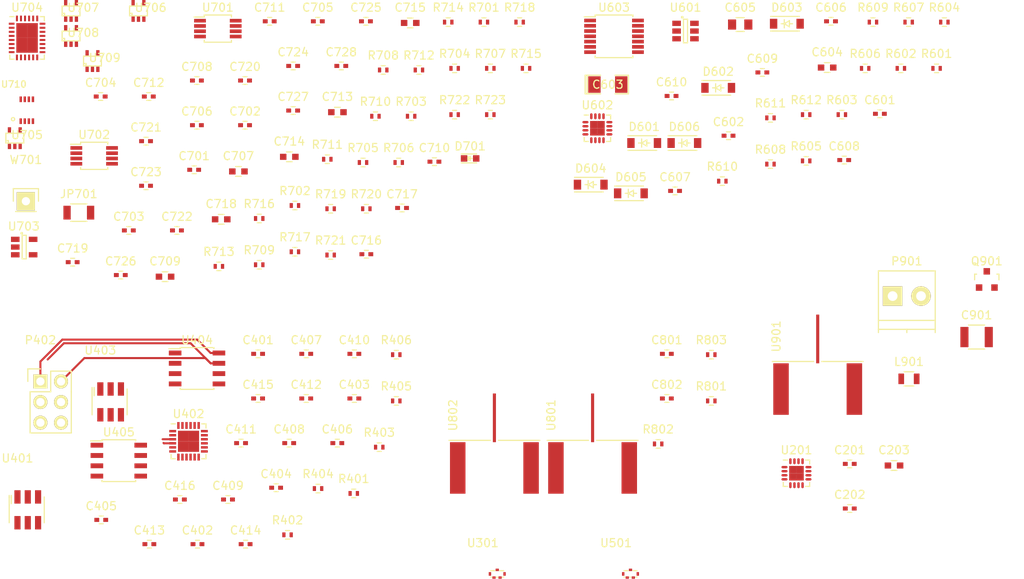
<source format=kicad_pcb>
(kicad_pcb (version 4) (host pcbnew 4.0.2-stable)
  (layers (0 F.Cu signal) (1 In1.Cu signal) (2 In2.Cu signal) (31 B.Cu signal) (34 B.Paste user) (35 F.Paste user) (36 B.SilkS user) (37 F.SilkS user) (38 B.Mask user) (39 F.Mask user) (44 Edge.Cuts user))
  (net 0 "")
  (net 1 /splitter_input/RF2)
  (net 2 +5V)
  (net 3 GND)
  (net 4 /demod/DEMOD_RF)
  (net 5 /demod/DEMOD_LO)
  (net 6 VEE)
  (net 7 /attenuator/ATT_IN)
  (net 8 /attenuator/ATT_OUT)
  (net 9 /adc/AIN2+)
  (net 10 /adc/AIN2-)
  (net 11 /adc/AIN1+)
  (net 12 /adc/AIN1-)
  (net 13 +2V5)
  (net 14 /adc/ADC_CONV_CLK_IN)
  (net 15 VMEM)
  (net 16 "/panel connectors/DUT_PORT1")
  (net 17 "/panel connectors/DUT_PORT2")
  (net 18 /adc/ADC_Q_P)
  (net 19 /adc/ADC_I_P)
  (net 20 /connectors_control_pow/DEMOD_ENBL)
  (net 21 /attenuator/V1)
  (net 22 /attenuator/V2)
  (net 23 /attenuator/V3)
  (net 24 /attenuator/V6)
  (net 25 /attenuator/V5)
  (net 26 /attenuator/V4)
  (net 27 /adc/ADC_CLKOUT)
  (net 28 /adc/ADC_SDO1)
  (net 29 /adc/ADC_SDO2)
  (net 30 /adc/ADC_SCK)
  (net 31 /splitter_lo/RFC)
  (net 32 /adc/ADC_~CONV)
  (net 33 /adc/ADC_CONV_CLK_OUT)
  (net 34 "Net-(C201-Pad2)")
  (net 35 "Net-(C401-Pad1)")
  (net 36 /demod/LO_Q_P)
  (net 37 "Net-(C406-Pad2)")
  (net 38 /demod/LO_Q_N)
  (net 39 "Net-(C407-Pad2)")
  (net 40 /demod/LO_I_N)
  (net 41 "Net-(C408-Pad2)")
  (net 42 /demod/LO_I_P)
  (net 43 "Net-(C409-Pad2)")
  (net 44 "Net-(C412-Pad1)")
  (net 45 "Net-(C413-Pad1)")
  (net 46 "Net-(C414-Pad1)")
  (net 47 "Net-(C605-Pad1)")
  (net 48 "Net-(C605-Pad2)")
  (net 49 "Net-(C606-Pad1)")
  (net 50 "Net-(C609-Pad2)")
  (net 51 "Net-(C711-Pad1)")
  (net 52 "Net-(C711-Pad2)")
  (net 53 "Net-(C712-Pad1)")
  (net 54 "Net-(C712-Pad2)")
  (net 55 "Net-(C715-Pad1)")
  (net 56 "Net-(C716-Pad1)")
  (net 57 "Net-(C717-Pad1)")
  (net 58 "Net-(C721-Pad1)")
  (net 59 "Net-(C724-Pad2)")
  (net 60 "Net-(C801-Pad1)")
  (net 61 "Net-(C802-Pad1)")
  (net 62 "Net-(D601-Pad2)")
  (net 63 "Net-(D602-Pad2)")
  (net 64 "Net-(D603-Pad2)")
  (net 65 "Net-(D604-Pad2)")
  (net 66 "Net-(D605-Pad2)")
  (net 67 "Net-(D606-Pad2)")
  (net 68 "Net-(D701-Pad1)")
  (net 69 "Net-(L901-Pad2)")
  (net 70 /adc/ADC_Q_N)
  (net 71 /adc/ADC_I_N)
  (net 72 "Net-(R402-Pad2)")
  (net 73 "Net-(R604-Pad1)")
  (net 74 "Net-(R605-Pad1)")
  (net 75 "Net-(R606-Pad1)")
  (net 76 "Net-(R607-Pad2)")
  (net 77 "Net-(R608-Pad2)")
  (net 78 "Net-(R609-Pad2)")
  (net 79 "Net-(R701-Pad1)")
  (net 80 "Net-(R701-Pad2)")
  (net 81 "Net-(R702-Pad1)")
  (net 82 "Net-(R702-Pad2)")
  (net 83 "Net-(R704-Pad1)")
  (net 84 "Net-(R704-Pad2)")
  (net 85 "Net-(R706-Pad1)")
  (net 86 "Net-(R706-Pad2)")
  (net 87 "Net-(R712-Pad2)")
  (net 88 "Net-(R713-Pad1)")
  (net 89 "Net-(R714-Pad1)")
  (net 90 "Net-(R719-Pad1)")
  (net 91 "Net-(R720-Pad1)")
  (net 92 "Net-(R721-Pad1)")
  (net 93 "Net-(R722-Pad1)")
  (net 94 "Net-(R723-Pad2)")
  (net 95 /demod/I_ADL_P)
  (net 96 /demod/I_ADL_N)
  (net 97 /demod/Q_ADL_N)
  (net 98 /demod/Q_ADL_P)
  (module Capacitors_SMD:C_0402 (layer F.Cu) (at 203.845476 126.365)
    (fp_text reference C201 (at 0 -1.7) (layer F.SilkS))
    (fp_text value "100 pF")
    (pad 1 smd rect (at -0.55 0) (size 0.6 0.5) (layers F.Cu F.Paste F.Mask) (net 1 /splitter_input/RF2))
    (pad 2 smd rect (at 0.55 0) (size 0.6 0.5) (layers F.Cu F.Paste F.Mask) (net 34 "Net-(C201-Pad2)"))
  )
  (module Capacitors_SMD:C_0402 (layer F.Cu) (at 203.845476 131.865)
    (fp_text reference C202 (at 0 -1.7) (layer F.SilkS))
    (fp_text value "100 pF")
    (pad 1 smd rect (at -0.55 0) (size 0.6 0.5) (layers F.Cu F.Paste F.Mask) (net 2 +5V))
    (pad 2 smd rect (at 0.55 0) (size 0.6 0.5) (layers F.Cu F.Paste F.Mask) (net 3 GND))
  )
  (module Capacitors_SMD:C_0603 (layer F.Cu) (at 209.299286 126.565)
    (fp_text reference C203 (at 0 -1.9) (layer F.SilkS))
    (fp_text value "10 uF")
    (pad 1 smd rect (at -0.75 0) (size 0.8 0.75) (layers F.Cu F.Paste F.Mask) (net 2 +5V))
    (pad 2 smd rect (at 0.75 0) (size 0.8 0.75) (layers F.Cu F.Paste F.Mask) (net 3 GND))
  )
  (module Capacitors_SMD:C_0402 (layer F.Cu) (at 130.935476 112.805)
    (fp_text reference C401 (at 0 -1.7) (layer F.SilkS))
    (fp_text value "100 pF")
    (pad 1 smd rect (at -0.55 0) (size 0.6 0.5) (layers F.Cu F.Paste F.Mask) (net 35 "Net-(C401-Pad1)"))
    (pad 2 smd rect (at 0.55 0) (size 0.6 0.5) (layers F.Cu F.Paste F.Mask) (net 4 /demod/DEMOD_RF))
  )
  (module Capacitors_SMD:C_0402 (layer F.Cu) (at 123.465476 136.255)
    (fp_text reference C402 (at 0 -1.7) (layer F.SilkS))
    (fp_text value "100 nF")
    (pad 1 smd rect (at -0.55 0) (size 0.6 0.5) (layers F.Cu F.Paste F.Mask) (net 3 GND))
    (pad 2 smd rect (at 0.55 0) (size 0.6 0.5) (layers F.Cu F.Paste F.Mask) (net 2 +5V))
  )
  (module Capacitors_SMD:C_0402 (layer F.Cu) (at 142.795476 118.305)
    (fp_text reference C403 (at 0 -1.7) (layer F.SilkS))
    (fp_text value "100 nF")
    (pad 1 smd rect (at -0.55 0) (size 0.6 0.5) (layers F.Cu F.Paste F.Mask) (net 3 GND))
    (pad 2 smd rect (at 0.55 0) (size 0.6 0.5) (layers F.Cu F.Paste F.Mask) (net 2 +5V))
  )
  (module Capacitors_SMD:C_0402 (layer F.Cu) (at 133.155476 129.305)
    (fp_text reference C404 (at 0 -1.7) (layer F.SilkS))
    (fp_text value "100 pF")
    (pad 1 smd rect (at -0.55 0) (size 0.6 0.5) (layers F.Cu F.Paste F.Mask) (net 3 GND))
    (pad 2 smd rect (at 0.55 0) (size 0.6 0.5) (layers F.Cu F.Paste F.Mask) (net 2 +5V))
  )
  (module Capacitors_SMD:C_0402 (layer F.Cu) (at 111.605476 133.265)
    (fp_text reference C405 (at 0 -1.7) (layer F.SilkS))
    (fp_text value "100 pF")
    (pad 1 smd rect (at -0.55 0) (size 0.6 0.5) (layers F.Cu F.Paste F.Mask) (net 3 GND))
    (pad 2 smd rect (at 0.55 0) (size 0.6 0.5) (layers F.Cu F.Paste F.Mask) (net 2 +5V))
  )
  (module Capacitors_SMD:C_0402 (layer F.Cu) (at 140.695476 123.805)
    (fp_text reference C406 (at 0 -1.7) (layer F.SilkS))
    (fp_text value "100 pF")
    (pad 1 smd rect (at -0.55 0) (size 0.6 0.5) (layers F.Cu F.Paste F.Mask) (net 36 /demod/LO_Q_P))
    (pad 2 smd rect (at 0.55 0) (size 0.6 0.5) (layers F.Cu F.Paste F.Mask) (net 37 "Net-(C406-Pad2)"))
  )
  (module Capacitors_SMD:C_0402 (layer F.Cu) (at 136.865476 112.805)
    (fp_text reference C407 (at 0 -1.7) (layer F.SilkS))
    (fp_text value "100 pF")
    (pad 1 smd rect (at -0.55 0) (size 0.6 0.5) (layers F.Cu F.Paste F.Mask) (net 38 /demod/LO_Q_N))
    (pad 2 smd rect (at 0.55 0) (size 0.6 0.5) (layers F.Cu F.Paste F.Mask) (net 39 "Net-(C407-Pad2)"))
  )
  (module Capacitors_SMD:C_0402 (layer F.Cu) (at 134.765476 123.805)
    (fp_text reference C408 (at 0 -1.7) (layer F.SilkS))
    (fp_text value "100 pF")
    (pad 1 smd rect (at -0.55 0) (size 0.6 0.5) (layers F.Cu F.Paste F.Mask) (net 40 /demod/LO_I_N))
    (pad 2 smd rect (at 0.55 0) (size 0.6 0.5) (layers F.Cu F.Paste F.Mask) (net 41 "Net-(C408-Pad2)"))
  )
  (module Capacitors_SMD:C_0402 (layer F.Cu) (at 127.225476 130.755)
    (fp_text reference C409 (at 0 -1.7) (layer F.SilkS))
    (fp_text value "100 pF")
    (pad 1 smd rect (at -0.55 0) (size 0.6 0.5) (layers F.Cu F.Paste F.Mask) (net 42 /demod/LO_I_P))
    (pad 2 smd rect (at 0.55 0) (size 0.6 0.5) (layers F.Cu F.Paste F.Mask) (net 43 "Net-(C409-Pad2)"))
  )
  (module Capacitors_SMD:C_0402 (layer F.Cu) (at 142.795476 112.805)
    (fp_text reference C410 (at 0 -1.7) (layer F.SilkS))
    (fp_text value "100 pF")
    (pad 1 smd rect (at -0.55 0) (size 0.6 0.5) (layers F.Cu F.Paste F.Mask) (net 3 GND))
    (pad 2 smd rect (at 0.55 0) (size 0.6 0.5) (layers F.Cu F.Paste F.Mask) (net 2 +5V))
  )
  (module Capacitors_SMD:C_0402 (layer F.Cu) (at 128.835476 123.805)
    (fp_text reference C411 (at 0 -1.7) (layer F.SilkS))
    (fp_text value "100 nF")
    (pad 1 smd rect (at -0.55 0) (size 0.6 0.5) (layers F.Cu F.Paste F.Mask) (net 3 GND))
    (pad 2 smd rect (at 0.55 0) (size 0.6 0.5) (layers F.Cu F.Paste F.Mask) (net 2 +5V))
  )
  (module Capacitors_SMD:C_0402 (layer F.Cu) (at 136.865476 118.305)
    (fp_text reference C412 (at 0 -1.7) (layer F.SilkS))
    (fp_text value "100 pF")
    (pad 1 smd rect (at -0.55 0) (size 0.6 0.5) (layers F.Cu F.Paste F.Mask) (net 44 "Net-(C412-Pad1)"))
    (pad 2 smd rect (at 0.55 0) (size 0.6 0.5) (layers F.Cu F.Paste F.Mask) (net 5 /demod/DEMOD_LO))
  )
  (module Capacitors_SMD:C_0402 (layer F.Cu) (at 117.535476 136.255)
    (fp_text reference C413 (at 0 -1.7) (layer F.SilkS))
    (fp_text value "100 nF")
    (pad 1 smd rect (at -0.55 0) (size 0.6 0.5) (layers F.Cu F.Paste F.Mask) (net 45 "Net-(C413-Pad1)"))
    (pad 2 smd rect (at 0.55 0) (size 0.6 0.5) (layers F.Cu F.Paste F.Mask) (net 3 GND))
  )
  (module Capacitors_SMD:C_0402 (layer F.Cu) (at 129.395476 136.255)
    (fp_text reference C414 (at 0 -1.7) (layer F.SilkS))
    (fp_text value "100 nF")
    (pad 1 smd rect (at -0.55 0) (size 0.6 0.5) (layers F.Cu F.Paste F.Mask) (net 46 "Net-(C414-Pad1)"))
    (pad 2 smd rect (at 0.55 0) (size 0.6 0.5) (layers F.Cu F.Paste F.Mask) (net 3 GND))
  )
  (module Capacitors_SMD:C_0402 (layer F.Cu) (at 130.935476 118.305)
    (fp_text reference C415 (at 0 -1.7) (layer F.SilkS))
    (fp_text value "100 nF")
    (pad 1 smd rect (at -0.55 0) (size 0.6 0.5) (layers F.Cu F.Paste F.Mask) (net 3 GND))
    (pad 2 smd rect (at 0.55 0) (size 0.6 0.5) (layers F.Cu F.Paste F.Mask) (net 2 +5V))
  )
  (module Capacitors_SMD:C_0402 (layer F.Cu) (at 121.295476 130.755)
    (fp_text reference C416 (at 0 -1.7) (layer F.SilkS))
    (fp_text value "100 nF")
    (pad 1 smd rect (at -0.55 0) (size 0.6 0.5) (layers F.Cu F.Paste F.Mask) (net 3 GND))
    (pad 2 smd rect (at 0.55 0) (size 0.6 0.5) (layers F.Cu F.Paste F.Mask) (net 2 +5V))
  )
  (module Capacitors_SMD:C_0402 (layer F.Cu) (at 207.559286 83.225)
    (fp_text reference C601 (at 0 -1.7) (layer F.SilkS))
    (fp_text value "30 pF")
    (pad 1 smd rect (at -0.55 0) (size 0.6 0.5) (layers F.Cu F.Paste F.Mask) (net 3 GND))
    (pad 2 smd rect (at 0.55 0) (size 0.6 0.5) (layers F.Cu F.Paste F.Mask) (net 2 +5V))
  )
  (module Capacitors_SMD:C_0402 (layer F.Cu) (at 188.905476 85.925)
    (fp_text reference C602 (at 0 -1.7) (layer F.SilkS))
    (fp_text value "100 nF")
    (pad 1 smd rect (at -0.55 0) (size 0.6 0.5) (layers F.Cu F.Paste F.Mask) (net 3 GND))
    (pad 2 smd rect (at 0.55 0) (size 0.6 0.5) (layers F.Cu F.Paste F.Mask) (net 2 +5V))
  )
  (module SMD_Packages:SMD-1206_Pol (layer F.Cu) (at 174.034524 79.618001)
    (fp_text reference C603 (at 0 0) (layer F.SilkS))
    (fp_text value "10 uF TANT")
    (pad 1 smd rect (at -1.651 0) (size 1.524 2.032) (layers F.Cu F.Paste F.Mask) (net 2 +5V))
    (pad 2 smd rect (at 1.651 0) (size 1.524 2.032) (layers F.Cu F.Paste F.Mask) (net 3 GND))
  )
  (module Capacitors_SMD:C_0603 (layer F.Cu) (at 201.059286 77.525)
    (fp_text reference C604 (at 0 -1.9) (layer F.SilkS))
    (fp_text value "10 uF")
    (pad 1 smd rect (at -0.75 0) (size 0.8 0.75) (layers F.Cu F.Paste F.Mask) (net 6 VEE))
    (pad 2 smd rect (at 0.75 0) (size 0.8 0.75) (layers F.Cu F.Paste F.Mask) (net 3 GND))
  )
  (module Capacitors_SMD:C_0805 (layer F.Cu) (at 190.345 72.225)
    (fp_text reference C605 (at 0 -2.1) (layer F.SilkS))
    (fp_text value C_Small)
    (pad 1 smd rect (at -1 0) (size 1 1.25) (layers F.Cu F.Paste F.Mask) (net 47 "Net-(C605-Pad1)"))
    (pad 2 smd rect (at 1 0) (size 1 1.25) (layers F.Cu F.Paste F.Mask) (net 48 "Net-(C605-Pad2)"))
  )
  (module Capacitors_SMD:C_0402 (layer F.Cu) (at 201.535476 71.825)
    (fp_text reference C606 (at 0 -1.7) (layer F.SilkS))
    (fp_text value "100 pF")
    (pad 1 smd rect (at -0.55 0) (size 0.6 0.5) (layers F.Cu F.Paste F.Mask) (net 49 "Net-(C606-Pad1)"))
    (pad 2 smd rect (at 0.55 0) (size 0.6 0.5) (layers F.Cu F.Paste F.Mask) (net 7 /attenuator/ATT_IN))
  )
  (module Capacitors_SMD:C_0402 (layer F.Cu) (at 182.315476 92.725)
    (fp_text reference C607 (at 0 -1.7) (layer F.SilkS))
    (fp_text value "100 nF")
    (pad 1 smd rect (at -0.55 0) (size 0.6 0.5) (layers F.Cu F.Paste F.Mask) (net 3 GND))
    (pad 2 smd rect (at 0.55 0) (size 0.6 0.5) (layers F.Cu F.Paste F.Mask) (net 6 VEE))
  )
  (module Capacitors_SMD:C_0402 (layer F.Cu) (at 203.159286 88.925)
    (fp_text reference C608 (at 0 -1.7) (layer F.SilkS))
    (fp_text value "30 pF")
    (pad 1 smd rect (at -0.55 0) (size 0.6 0.5) (layers F.Cu F.Paste F.Mask) (net 3 GND))
    (pad 2 smd rect (at 0.55 0) (size 0.6 0.5) (layers F.Cu F.Paste F.Mask) (net 6 VEE))
  )
  (module Capacitors_SMD:C_0402 (layer F.Cu) (at 193.075476 78.125)
    (fp_text reference C609 (at 0 -1.7) (layer F.SilkS))
    (fp_text value "100 pF")
    (pad 1 smd rect (at -0.55 0) (size 0.6 0.5) (layers F.Cu F.Paste F.Mask) (net 8 /attenuator/ATT_OUT))
    (pad 2 smd rect (at 0.55 0) (size 0.6 0.5) (layers F.Cu F.Paste F.Mask) (net 50 "Net-(C609-Pad2)"))
  )
  (module Capacitors_SMD:C_0402 (layer F.Cu) (at 181.885 81.025)
    (fp_text reference C610 (at 0 -1.7) (layer F.SilkS))
    (fp_text value C_Small)
    (pad 1 smd rect (at -0.55 0) (size 0.6 0.5) (layers F.Cu F.Paste F.Mask) (net 3 GND))
    (pad 2 smd rect (at 0.55 0) (size 0.6 0.5) (layers F.Cu F.Paste F.Mask) (net 6 VEE))
  )
  (module Capacitors_SMD:C_0402 (layer F.Cu) (at 123.055476 90.125)
    (fp_text reference C701 (at 0 -1.7) (layer F.SilkS))
    (fp_text value "100 nF")
    (pad 1 smd rect (at -0.55 0) (size 0.6 0.5) (layers F.Cu F.Paste F.Mask) (net 3 GND))
    (pad 2 smd rect (at 0.55 0) (size 0.6 0.5) (layers F.Cu F.Paste F.Mask) (net 2 +5V))
  )
  (module Capacitors_SMD:C_0402 (layer F.Cu) (at 129.325476 84.625)
    (fp_text reference C702 (at 0 -1.7) (layer F.SilkS))
    (fp_text value "100 nF")
    (pad 1 smd rect (at -0.55 0) (size 0.6 0.5) (layers F.Cu F.Paste F.Mask) (net 3 GND))
    (pad 2 smd rect (at 0.55 0) (size 0.6 0.5) (layers F.Cu F.Paste F.Mask) (net 2 +5V))
  )
  (module Capacitors_SMD:C_0402 (layer F.Cu) (at 115.005476 97.595)
    (fp_text reference C703 (at 0 -1.7) (layer F.SilkS))
    (fp_text value "220 pF")
    (pad 1 smd rect (at -0.55 0) (size 0.6 0.5) (layers F.Cu F.Paste F.Mask) (net 9 /adc/AIN2+))
    (pad 2 smd rect (at 0.55 0) (size 0.6 0.5) (layers F.Cu F.Paste F.Mask) (net 10 /adc/AIN2-))
  )
  (module Capacitors_SMD:C_0402 (layer F.Cu) (at 111.535476 81.095)
    (fp_text reference C704 (at 0 -1.7) (layer F.SilkS))
    (fp_text value "220 pF")
    (pad 1 smd rect (at -0.55 0) (size 0.6 0.5) (layers F.Cu F.Paste F.Mask) (net 11 /adc/AIN1+))
    (pad 2 smd rect (at 0.55 0) (size 0.6 0.5) (layers F.Cu F.Paste F.Mask) (net 12 /adc/AIN1-))
  )
  (module Capacitors_SMD:C_0402 (layer F.Cu) (at 138.295476 71.825)
    (fp_text reference C705 (at 0 -1.7) (layer F.SilkS))
    (fp_text value "100 nF")
    (pad 1 smd rect (at -0.55 0) (size 0.6 0.5) (layers F.Cu F.Paste F.Mask) (net 2 +5V))
    (pad 2 smd rect (at 0.55 0) (size 0.6 0.5) (layers F.Cu F.Paste F.Mask) (net 3 GND))
  )
  (module Capacitors_SMD:C_0402 (layer F.Cu) (at 123.395476 84.625)
    (fp_text reference C706 (at 0 -1.7) (layer F.SilkS))
    (fp_text value "100 nF")
    (pad 1 smd rect (at -0.55 0) (size 0.6 0.5) (layers F.Cu F.Paste F.Mask) (net 2 +5V))
    (pad 2 smd rect (at 0.55 0) (size 0.6 0.5) (layers F.Cu F.Paste F.Mask) (net 3 GND))
  )
  (module Capacitors_SMD:C_0603 (layer F.Cu) (at 128.509286 90.325)
    (fp_text reference C707 (at 0 -1.9) (layer F.SilkS))
    (fp_text value "10 uF")
    (pad 1 smd rect (at -0.75 0) (size 0.8 0.75) (layers F.Cu F.Paste F.Mask) (net 2 +5V))
    (pad 2 smd rect (at 0.75 0) (size 0.8 0.75) (layers F.Cu F.Paste F.Mask) (net 3 GND))
  )
  (module Capacitors_SMD:C_0402 (layer F.Cu) (at 123.395476 79.125)
    (fp_text reference C708 (at 0 -1.7) (layer F.SilkS))
    (fp_text value "100 nF")
    (pad 1 smd rect (at -0.55 0) (size 0.6 0.5) (layers F.Cu F.Paste F.Mask) (net 2 +5V))
    (pad 2 smd rect (at 0.55 0) (size 0.6 0.5) (layers F.Cu F.Paste F.Mask) (net 3 GND))
  )
  (module Capacitors_SMD:C_0603 (layer F.Cu) (at 119.469286 103.295)
    (fp_text reference C709 (at 0 -1.9) (layer F.SilkS))
    (fp_text value "10 uF")
    (pad 1 smd rect (at -0.75 0) (size 0.8 0.75) (layers F.Cu F.Paste F.Mask) (net 2 +5V))
    (pad 2 smd rect (at 0.75 0) (size 0.8 0.75) (layers F.Cu F.Paste F.Mask) (net 3 GND))
  )
  (module Capacitors_SMD:C_0402 (layer F.Cu) (at 152.663571 89.125)
    (fp_text reference C710 (at 0 -1.7) (layer F.SilkS))
    (fp_text value "1 uF")
    (pad 1 smd rect (at -0.55 0) (size 0.6 0.5) (layers F.Cu F.Paste F.Mask) (net 3 GND))
    (pad 2 smd rect (at 0.55 0) (size 0.6 0.5) (layers F.Cu F.Paste F.Mask) (net 2 +5V))
  )
  (module Capacitors_SMD:C_0402 (layer F.Cu) (at 132.365476 71.825)
    (fp_text reference C711 (at 0 -1.7) (layer F.SilkS))
    (fp_text value "100 nF")
    (pad 1 smd rect (at -0.55 0) (size 0.6 0.5) (layers F.Cu F.Paste F.Mask) (net 51 "Net-(C711-Pad1)"))
    (pad 2 smd rect (at 0.55 0) (size 0.6 0.5) (layers F.Cu F.Paste F.Mask) (net 52 "Net-(C711-Pad2)"))
  )
  (module Capacitors_SMD:C_0402 (layer F.Cu) (at 117.465476 81.095)
    (fp_text reference C712 (at 0 -1.7) (layer F.SilkS))
    (fp_text value "100 nF")
    (pad 1 smd rect (at -0.55 0) (size 0.6 0.5) (layers F.Cu F.Paste F.Mask) (net 53 "Net-(C712-Pad1)"))
    (pad 2 smd rect (at 0.55 0) (size 0.6 0.5) (layers F.Cu F.Paste F.Mask) (net 54 "Net-(C712-Pad2)"))
  )
  (module Capacitors_SMD:C_0603 (layer F.Cu) (at 140.709286 83.025)
    (fp_text reference C713 (at 0 -1.9) (layer F.SilkS))
    (fp_text value "10 uF")
    (pad 1 smd rect (at -0.75 0) (size 0.8 0.75) (layers F.Cu F.Paste F.Mask) (net 51 "Net-(C711-Pad1)"))
    (pad 2 smd rect (at 0.75 0) (size 0.8 0.75) (layers F.Cu F.Paste F.Mask) (net 52 "Net-(C711-Pad2)"))
  )
  (module Capacitors_SMD:C_0603 (layer F.Cu) (at 134.779286 88.525)
    (fp_text reference C714 (at 0 -1.9) (layer F.SilkS))
    (fp_text value "10 uF")
    (pad 1 smd rect (at -0.75 0) (size 0.8 0.75) (layers F.Cu F.Paste F.Mask) (net 53 "Net-(C712-Pad1)"))
    (pad 2 smd rect (at 0.75 0) (size 0.8 0.75) (layers F.Cu F.Paste F.Mask) (net 54 "Net-(C712-Pad2)"))
  )
  (module Capacitors_SMD:C_0603 (layer F.Cu) (at 149.679286 72.025)
    (fp_text reference C715 (at 0 -1.9) (layer F.SilkS))
    (fp_text value "10 nF")
    (pad 1 smd rect (at -0.75 0) (size 0.8 0.75) (layers F.Cu F.Paste F.Mask) (net 55 "Net-(C715-Pad1)"))
    (pad 2 smd rect (at 0.75 0) (size 0.8 0.75) (layers F.Cu F.Paste F.Mask) (net 3 GND))
  )
  (module Capacitors_SMD:C_0402 (layer F.Cu) (at 144.273571 100.525)
    (fp_text reference C716 (at 0 -1.7) (layer F.SilkS))
    (fp_text value "1 uF")
    (pad 1 smd rect (at -0.55 0) (size 0.6 0.5) (layers F.Cu F.Paste F.Mask) (net 56 "Net-(C716-Pad1)"))
    (pad 2 smd rect (at 0.55 0) (size 0.6 0.5) (layers F.Cu F.Paste F.Mask) (net 3 GND))
  )
  (module Capacitors_SMD:C_0402 (layer F.Cu) (at 148.673571 94.825)
    (fp_text reference C717 (at 0 -1.7) (layer F.SilkS))
    (fp_text value "1 uF")
    (pad 1 smd rect (at -0.55 0) (size 0.6 0.5) (layers F.Cu F.Paste F.Mask) (net 57 "Net-(C717-Pad1)"))
    (pad 2 smd rect (at 0.55 0) (size 0.6 0.5) (layers F.Cu F.Paste F.Mask) (net 3 GND))
  )
  (module Capacitors_SMD:C_0603 (layer F.Cu) (at 126.389286 96.225)
    (fp_text reference C718 (at 0 -1.9) (layer F.SilkS))
    (fp_text value "10 uF")
    (pad 1 smd rect (at -0.75 0) (size 0.8 0.75) (layers F.Cu F.Paste F.Mask) (net 13 +2V5))
    (pad 2 smd rect (at 0.75 0) (size 0.8 0.75) (layers F.Cu F.Paste F.Mask) (net 3 GND))
  )
  (module Capacitors_SMD:C_0402 (layer F.Cu) (at 108.085476 101.505)
    (fp_text reference C719 (at 0 -1.7) (layer F.SilkS))
    (fp_text value "100 nF")
    (pad 1 smd rect (at -0.55 0) (size 0.6 0.5) (layers F.Cu F.Paste F.Mask) (net 13 +2V5))
    (pad 2 smd rect (at 0.55 0) (size 0.6 0.5) (layers F.Cu F.Paste F.Mask) (net 3 GND))
  )
  (module Capacitors_SMD:C_0402 (layer F.Cu) (at 129.325476 79.125)
    (fp_text reference C720 (at 0 -1.7) (layer F.SilkS))
    (fp_text value "100 nF")
    (pad 1 smd rect (at -0.55 0) (size 0.6 0.5) (layers F.Cu F.Paste F.Mask) (net 13 +2V5))
    (pad 2 smd rect (at 0.55 0) (size 0.6 0.5) (layers F.Cu F.Paste F.Mask) (net 3 GND))
  )
  (module Capacitors_SMD:C_0402 (layer F.Cu) (at 117.125476 86.595)
    (fp_text reference C721 (at 0 -1.7) (layer F.SilkS))
    (fp_text value "100 nF")
    (pad 1 smd rect (at -0.55 0) (size 0.6 0.5) (layers F.Cu F.Paste F.Mask) (net 58 "Net-(C721-Pad1)"))
    (pad 2 smd rect (at 0.55 0) (size 0.6 0.5) (layers F.Cu F.Paste F.Mask) (net 14 /adc/ADC_CONV_CLK_IN))
  )
  (module Capacitors_SMD:C_0402 (layer F.Cu) (at 120.935476 97.595)
    (fp_text reference C722 (at 0 -1.7) (layer F.SilkS))
    (fp_text value "100 nF")
    (pad 1 smd rect (at -0.55 0) (size 0.6 0.5) (layers F.Cu F.Paste F.Mask) (net 3 GND))
    (pad 2 smd rect (at 0.55 0) (size 0.6 0.5) (layers F.Cu F.Paste F.Mask) (net 13 +2V5))
  )
  (module Capacitors_SMD:C_0402 (layer F.Cu) (at 117.125476 92.095)
    (fp_text reference C723 (at 0 -1.7) (layer F.SilkS))
    (fp_text value "100 nF")
    (pad 1 smd rect (at -0.55 0) (size 0.6 0.5) (layers F.Cu F.Paste F.Mask) (net 3 GND))
    (pad 2 smd rect (at 0.55 0) (size 0.6 0.5) (layers F.Cu F.Paste F.Mask) (net 15 VMEM))
  )
  (module Capacitors_SMD:C_0402 (layer F.Cu) (at 135.255476 77.325)
    (fp_text reference C724 (at 0 -1.7) (layer F.SilkS))
    (fp_text value "100 nF")
    (pad 1 smd rect (at -0.55 0) (size 0.6 0.5) (layers F.Cu F.Paste F.Mask) (net 3 GND))
    (pad 2 smd rect (at 0.55 0) (size 0.6 0.5) (layers F.Cu F.Paste F.Mask) (net 59 "Net-(C724-Pad2)"))
  )
  (module Capacitors_SMD:C_0402 (layer F.Cu) (at 144.225476 71.825)
    (fp_text reference C725 (at 0 -1.7) (layer F.SilkS))
    (fp_text value "100 nF")
    (pad 1 smd rect (at -0.55 0) (size 0.6 0.5) (layers F.Cu F.Paste F.Mask) (net 3 GND))
    (pad 2 smd rect (at 0.55 0) (size 0.6 0.5) (layers F.Cu F.Paste F.Mask) (net 15 VMEM))
  )
  (module Capacitors_SMD:C_0402 (layer F.Cu) (at 114.015476 103.095)
    (fp_text reference C726 (at 0 -1.7) (layer F.SilkS))
    (fp_text value "100 nF")
    (pad 1 smd rect (at -0.55 0) (size 0.6 0.5) (layers F.Cu F.Paste F.Mask) (net 3 GND))
    (pad 2 smd rect (at 0.55 0) (size 0.6 0.5) (layers F.Cu F.Paste F.Mask) (net 15 VMEM))
  )
  (module Capacitors_SMD:C_0402 (layer F.Cu) (at 135.255476 82.825)
    (fp_text reference C727 (at 0 -1.7) (layer F.SilkS))
    (fp_text value "100 nF")
    (pad 1 smd rect (at -0.55 0) (size 0.6 0.5) (layers F.Cu F.Paste F.Mask) (net 2 +5V))
    (pad 2 smd rect (at 0.55 0) (size 0.6 0.5) (layers F.Cu F.Paste F.Mask) (net 3 GND))
  )
  (module Capacitors_SMD:C_0402 (layer F.Cu) (at 141.185476 77.325)
    (fp_text reference C728 (at 0 -1.7) (layer F.SilkS))
    (fp_text value "100 nF")
    (pad 1 smd rect (at -0.55 0) (size 0.6 0.5) (layers F.Cu F.Paste F.Mask) (net 3 GND))
    (pad 2 smd rect (at 0.55 0) (size 0.6 0.5) (layers F.Cu F.Paste F.Mask) (net 13 +2V5))
  )
  (module Capacitors_SMD:C_0402 (layer F.Cu) (at 181.305 112.805)
    (fp_text reference C801 (at 0 -1.7) (layer F.SilkS))
    (fp_text value C_Small)
    (pad 1 smd rect (at -0.55 0) (size 0.6 0.5) (layers F.Cu F.Paste F.Mask) (net 60 "Net-(C801-Pad1)"))
    (pad 2 smd rect (at 0.55 0) (size 0.6 0.5) (layers F.Cu F.Paste F.Mask) (net 16 "/panel connectors/DUT_PORT1"))
  )
  (module Capacitors_SMD:C_0402 (layer F.Cu) (at 181.305 118.305)
    (fp_text reference C802 (at 0 -1.7) (layer F.SilkS))
    (fp_text value C_Small)
    (pad 1 smd rect (at -0.55 0) (size 0.6 0.5) (layers F.Cu F.Paste F.Mask) (net 61 "Net-(C802-Pad1)"))
    (pad 2 smd rect (at 0.55 0) (size 0.6 0.5) (layers F.Cu F.Paste F.Mask) (net 17 "/panel connectors/DUT_PORT2"))
  )
  (module Capacitors_SMD:C_1210 (layer F.Cu) (at 219.475476 110.735)
    (fp_text reference C901 (at 0 -2.7) (layer F.SilkS))
    (fp_text value "100 uF")
    (pad 1 smd rect (at -1.5 0) (size 1 2.5) (layers F.Cu F.Paste F.Mask) (net 2 +5V))
    (pad 2 smd rect (at 1.5 0) (size 1 2.5) (layers F.Cu F.Paste F.Mask) (net 3 GND))
  )
  (module Diodes_SMD:SOD-123 (layer F.Cu) (at 178.515001 86.825)
    (fp_text reference D601 (at 0 -2) (layer F.SilkS))
    (fp_text value 3.3V)
    (pad 1 smd rect (at -1.635 0) (size 0.91 1.22) (layers F.Cu F.Paste F.Mask))
    (pad 2 smd rect (at 1.635 0) (size 0.91 1.22) (layers F.Cu F.Paste F.Mask) (net 62 "Net-(D601-Pad2)"))
  )
  (module Diodes_SMD:SOD-123 (layer F.Cu) (at 187.635001 80.025)
    (fp_text reference D602 (at 0 -2) (layer F.SilkS))
    (fp_text value 3.3V)
    (pad 1 smd rect (at -1.635 0) (size 0.91 1.22) (layers F.Cu F.Paste F.Mask))
    (pad 2 smd rect (at 1.635 0) (size 0.91 1.22) (layers F.Cu F.Paste F.Mask) (net 63 "Net-(D602-Pad2)"))
  )
  (module Diodes_SMD:SOD-123 (layer F.Cu) (at 196.095001 72.125)
    (fp_text reference D603 (at 0 -2) (layer F.SilkS))
    (fp_text value 3.3V)
    (pad 1 smd rect (at -1.635 0) (size 0.91 1.22) (layers F.Cu F.Paste F.Mask))
    (pad 2 smd rect (at 1.635 0) (size 0.91 1.22) (layers F.Cu F.Paste F.Mask) (net 64 "Net-(D603-Pad2)"))
  )
  (module Diodes_SMD:SOD-123 (layer F.Cu) (at 171.925001 91.955)
    (fp_text reference D604 (at 0 -2) (layer F.SilkS))
    (fp_text value 3.3V)
    (pad 1 smd rect (at -1.635 0) (size 0.91 1.22) (layers F.Cu F.Paste F.Mask))
    (pad 2 smd rect (at 1.635 0) (size 0.91 1.22) (layers F.Cu F.Paste F.Mask) (net 65 "Net-(D604-Pad2)"))
  )
  (module Diodes_SMD:SOD-123 (layer F.Cu) (at 176.875001 93.025)
    (fp_text reference D605 (at 0 -2) (layer F.SilkS))
    (fp_text value 3.3V)
    (pad 1 smd rect (at -1.635 0) (size 0.91 1.22) (layers F.Cu F.Paste F.Mask))
    (pad 2 smd rect (at 1.635 0) (size 0.91 1.22) (layers F.Cu F.Paste F.Mask) (net 66 "Net-(D605-Pad2)"))
  )
  (module Diodes_SMD:SOD-123 (layer F.Cu) (at 183.465001 86.825)
    (fp_text reference D606 (at 0 -2) (layer F.SilkS))
    (fp_text value 3.3V)
    (pad 1 smd rect (at -1.635 0) (size 0.91 1.22) (layers F.Cu F.Paste F.Mask))
    (pad 2 smd rect (at 1.635 0) (size 0.91 1.22) (layers F.Cu F.Paste F.Mask) (net 67 "Net-(D606-Pad2)"))
  )
  (module LEDs:LED_0603 (layer F.Cu) (at 157.063571 88.725)
    (fp_text reference D701 (at 0 -1.5) (layer F.SilkS))
    (fp_text value LED)
    (pad 2 smd rect (at 0.7493 0 180) (size 0.79756 0.79756) (layers F.Cu F.Paste F.Mask) (net 13 +2V5))
    (pad 1 smd rect (at -0.7493 0 180) (size 0.79756 0.79756) (layers F.Cu F.Paste F.Mask) (net 68 "Net-(D701-Pad1)"))
  )
  (module Resistors_SMD:R_1206 (layer F.Cu) (at 108.843571 95.405)
    (fp_text reference JP701 (at 0 -2.3) (layer F.SilkS))
    (fp_text value JUMPER)
    (pad 1 smd rect (at -1.45 0) (size 0.9 1.7) (layers F.Cu F.Paste F.Mask) (net 15 VMEM))
    (pad 2 smd rect (at 1.45 0) (size 0.9 1.7) (layers F.Cu F.Paste F.Mask) (net 13 +2V5))
  )
  (module Resistors_SMD:R_0805 (layer F.Cu) (at 211.140238 115.885)
    (fp_text reference L901 (at 0 -2.1) (layer F.SilkS))
    (fp_text value "FERRITE CHIP")
    (pad 1 smd rect (at -0.95 0) (size 0.7 1.3) (layers F.Cu F.Paste F.Mask) (net 2 +5V))
    (pad 2 smd rect (at 0.95 0) (size 0.7 1.3) (layers F.Cu F.Paste F.Mask) (net 69 "Net-(L901-Pad2)"))
  )
  (module Pin_Headers:Pin_Header_Straight_2x03 (layer F.Cu) (at 104.108333 116.205)
    (fp_text reference P402 (at 0 -5.1) (layer F.SilkS))
    (fp_text value CONN_02X03)
    (pad 1 thru_hole rect (at 0 0) (size 1.7272 1.7272) (drill 1.016) (layers *.Cu *.Mask F.SilkS) (net 18 /adc/ADC_Q_P))
    (pad 2 thru_hole oval (at 2.54 0) (size 1.7272 1.7272) (drill 1.016) (layers *.Cu *.Mask F.SilkS) (net 70 /adc/ADC_Q_N))
    (pad 3 thru_hole oval (at 0 2.54) (size 1.7272 1.7272) (drill 1.016) (layers *.Cu *.Mask F.SilkS) (net 3 GND))
    (pad 4 thru_hole oval (at 2.54 2.54) (size 1.7272 1.7272) (drill 1.016) (layers *.Cu *.Mask F.SilkS) (net 3 GND))
    (pad 5 thru_hole oval (at 0 5.08) (size 1.7272 1.7272) (drill 1.016) (layers *.Cu *.Mask F.SilkS) (net 19 /adc/ADC_I_P))
    (pad 6 thru_hole oval (at 2.54 5.08) (size 1.7272 1.7272) (drill 1.016) (layers *.Cu *.Mask F.SilkS) (net 71 /adc/ADC_I_N))
  )
  (module Terminal_Blocks:TerminalBlock_Pheonix_PT-3.5mm_2pol (layer F.Cu) (at 209.128333 105.685)
    (fp_text reference P901 (at 1.75 -4.3) (layer F.SilkS))
    (fp_text value CONN_01X02)
    (pad 2 thru_hole circle (at 3.5 0) (size 2.4 2.4) (drill 1.2) (layers *.Cu *.Mask F.SilkS) (net 3 GND))
    (pad 1 thru_hole rect (at 0 0) (size 2.4 2.4) (drill 1.2) (layers *.Cu *.Mask F.SilkS))
  )
  (module TO_SOT_Packages_SMD:SOT-23 (layer F.Cu) (at 220.73119 103.635)
    (fp_text reference Q901 (at 0 -2.25) (layer F.SilkS))
    (fp_text value DMG2305UX)
    (pad 1 smd rect (at -0.95 1.00076) (size 0.8001 0.8001) (layers F.Cu F.Paste F.Mask) (net 3 GND))
    (pad 2 smd rect (at 0.95 1.00076) (size 0.8001 0.8001) (layers F.Cu F.Paste F.Mask) (net 69 "Net-(L901-Pad2)"))
    (pad 3 smd rect (at 0 -0.99822) (size 0.8001 0.8001) (layers F.Cu F.Paste F.Mask))
  )
  (module Resistors_SMD:R_0402 (layer F.Cu) (at 142.723571 130.005)
    (fp_text reference R401 (at 0 -1.8) (layer F.SilkS))
    (fp_text value 10k)
    (pad 1 smd rect (at -0.45 0) (size 0.4 0.6) (layers F.Cu F.Paste F.Mask) (net 20 /connectors_control_pow/DEMOD_ENBL))
    (pad 2 smd rect (at 0.45 0) (size 0.4 0.6) (layers F.Cu F.Paste F.Mask) (net 3 GND))
  )
  (module Resistors_SMD:R_0402 (layer F.Cu) (at 134.563571 135.105)
    (fp_text reference R402 (at 0 -1.8) (layer F.SilkS))
    (fp_text value 470)
    (pad 1 smd rect (at -0.45 0) (size 0.4 0.6) (layers F.Cu F.Paste F.Mask) (net 2 +5V))
    (pad 2 smd rect (at 0.45 0) (size 0.4 0.6) (layers F.Cu F.Paste F.Mask) (net 72 "Net-(R402-Pad2)"))
  )
  (module Resistors_SMD:R_0402 (layer F.Cu) (at 145.863571 124.305)
    (fp_text reference R403 (at 0 -1.8) (layer F.SilkS))
    (fp_text value 10k)
    (pad 1 smd rect (at -0.45 0) (size 0.4 0.6) (layers F.Cu F.Paste F.Mask) (net 45 "Net-(C413-Pad1)"))
    (pad 2 smd rect (at 0.45 0) (size 0.4 0.6) (layers F.Cu F.Paste F.Mask) (net 3 GND))
  )
  (module Resistors_SMD:R_0402 (layer F.Cu) (at 138.323571 129.405)
    (fp_text reference R404 (at 0 -1.8) (layer F.SilkS))
    (fp_text value 10k)
    (pad 1 smd rect (at -0.45 0) (size 0.4 0.6) (layers F.Cu F.Paste F.Mask) (net 46 "Net-(C414-Pad1)"))
    (pad 2 smd rect (at 0.45 0) (size 0.4 0.6) (layers F.Cu F.Paste F.Mask) (net 3 GND))
  )
  (module Resistors_SMD:R_0402 (layer F.Cu) (at 147.963571 118.605)
    (fp_text reference R405 (at 0 -1.8) (layer F.SilkS))
    (fp_text value 10k)
    (pad 1 smd rect (at -0.45 0) (size 0.4 0.6) (layers F.Cu F.Paste F.Mask) (net 2 +5V))
    (pad 2 smd rect (at 0.45 0) (size 0.4 0.6) (layers F.Cu F.Paste F.Mask) (net 45 "Net-(C413-Pad1)"))
  )
  (module Resistors_SMD:R_0402 (layer F.Cu) (at 147.963571 112.905)
    (fp_text reference R406 (at 0 -1.8) (layer F.SilkS))
    (fp_text value 10k)
    (pad 1 smd rect (at -0.45 0) (size 0.4 0.6) (layers F.Cu F.Paste F.Mask) (net 2 +5V))
    (pad 2 smd rect (at 0.45 0) (size 0.4 0.6) (layers F.Cu F.Paste F.Mask) (net 46 "Net-(C414-Pad1)"))
  )
  (module Resistors_SMD:R_0402 (layer F.Cu) (at 214.543571 77.625)
    (fp_text reference R601 (at 0 -1.8) (layer F.SilkS))
    (fp_text value 10k)
    (pad 1 smd rect (at -0.45 0) (size 0.4 0.6) (layers F.Cu F.Paste F.Mask) (net 62 "Net-(D601-Pad2)"))
    (pad 2 smd rect (at 0.45 0) (size 0.4 0.6) (layers F.Cu F.Paste F.Mask) (net 6 VEE))
  )
  (module Resistors_SMD:R_0402 (layer F.Cu) (at 210.143571 77.625)
    (fp_text reference R602 (at 0 -1.8) (layer F.SilkS))
    (fp_text value 10k)
    (pad 1 smd rect (at -0.45 0) (size 0.4 0.6) (layers F.Cu F.Paste F.Mask) (net 63 "Net-(D602-Pad2)"))
    (pad 2 smd rect (at 0.45 0) (size 0.4 0.6) (layers F.Cu F.Paste F.Mask) (net 6 VEE))
  )
  (module Resistors_SMD:R_0402 (layer F.Cu) (at 202.873571 83.325)
    (fp_text reference R603 (at 0 -1.8) (layer F.SilkS))
    (fp_text value 10k)
    (pad 1 smd rect (at -0.45 0) (size 0.4 0.6) (layers F.Cu F.Paste F.Mask) (net 64 "Net-(D603-Pad2)"))
    (pad 2 smd rect (at 0.45 0) (size 0.4 0.6) (layers F.Cu F.Paste F.Mask) (net 6 VEE))
  )
  (module Resistors_SMD:R_0402 (layer F.Cu) (at 215.503571 71.925)
    (fp_text reference R604 (at 0 -1.8) (layer F.SilkS))
    (fp_text value 100)
    (pad 1 smd rect (at -0.45 0) (size 0.4 0.6) (layers F.Cu F.Paste F.Mask) (net 73 "Net-(R604-Pad1)"))
    (pad 2 smd rect (at 0.45 0) (size 0.4 0.6) (layers F.Cu F.Paste F.Mask) (net 21 /attenuator/V1))
  )
  (module Resistors_SMD:R_0402 (layer F.Cu) (at 198.473571 89.025)
    (fp_text reference R605 (at 0 -1.8) (layer F.SilkS))
    (fp_text value 100)
    (pad 1 smd rect (at -0.45 0) (size 0.4 0.6) (layers F.Cu F.Paste F.Mask) (net 74 "Net-(R605-Pad1)"))
    (pad 2 smd rect (at 0.45 0) (size 0.4 0.6) (layers F.Cu F.Paste F.Mask) (net 22 /attenuator/V2))
  )
  (module Resistors_SMD:R_0402 (layer F.Cu) (at 205.743571 77.625)
    (fp_text reference R606 (at 0 -1.8) (layer F.SilkS))
    (fp_text value 100)
    (pad 1 smd rect (at -0.45 0) (size 0.4 0.6) (layers F.Cu F.Paste F.Mask) (net 75 "Net-(R606-Pad1)"))
    (pad 2 smd rect (at 0.45 0) (size 0.4 0.6) (layers F.Cu F.Paste F.Mask) (net 23 /attenuator/V3))
  )
  (module Resistors_SMD:R_0402 (layer F.Cu) (at 211.103571 71.925)
    (fp_text reference R607 (at 0 -1.8) (layer F.SilkS))
    (fp_text value 100)
    (pad 1 smd rect (at -0.45 0) (size 0.4 0.6) (layers F.Cu F.Paste F.Mask) (net 24 /attenuator/V6))
    (pad 2 smd rect (at 0.45 0) (size 0.4 0.6) (layers F.Cu F.Paste F.Mask) (net 76 "Net-(R607-Pad2)"))
  )
  (module Resistors_SMD:R_0402 (layer F.Cu) (at 194.073571 89.425)
    (fp_text reference R608 (at 0 -1.8) (layer F.SilkS))
    (fp_text value 100)
    (pad 1 smd rect (at -0.45 0) (size 0.4 0.6) (layers F.Cu F.Paste F.Mask) (net 25 /attenuator/V5))
    (pad 2 smd rect (at 0.45 0) (size 0.4 0.6) (layers F.Cu F.Paste F.Mask) (net 77 "Net-(R608-Pad2)"))
  )
  (module Resistors_SMD:R_0402 (layer F.Cu) (at 206.703571 71.925)
    (fp_text reference R609 (at 0 -1.8) (layer F.SilkS))
    (fp_text value 100)
    (pad 1 smd rect (at -0.45 0) (size 0.4 0.6) (layers F.Cu F.Paste F.Mask) (net 26 /attenuator/V4))
    (pad 2 smd rect (at 0.45 0) (size 0.4 0.6) (layers F.Cu F.Paste F.Mask) (net 78 "Net-(R609-Pad2)"))
  )
  (module Resistors_SMD:R_0402 (layer F.Cu) (at 188.143571 91.525)
    (fp_text reference R610 (at 0 -1.8) (layer F.SilkS))
    (fp_text value 10k)
    (pad 1 smd rect (at -0.45 0) (size 0.4 0.6) (layers F.Cu F.Paste F.Mask) (net 67 "Net-(D606-Pad2)"))
    (pad 2 smd rect (at 0.45 0) (size 0.4 0.6) (layers F.Cu F.Paste F.Mask) (net 6 VEE))
  )
  (module Resistors_SMD:R_0402 (layer F.Cu) (at 194.073571 83.725)
    (fp_text reference R611 (at 0 -1.8) (layer F.SilkS))
    (fp_text value 10k)
    (pad 1 smd rect (at -0.45 0) (size 0.4 0.6) (layers F.Cu F.Paste F.Mask) (net 66 "Net-(D605-Pad2)"))
    (pad 2 smd rect (at 0.45 0) (size 0.4 0.6) (layers F.Cu F.Paste F.Mask) (net 6 VEE))
  )
  (module Resistors_SMD:R_0402 (layer F.Cu) (at 198.473571 83.325)
    (fp_text reference R612 (at 0 -1.8) (layer F.SilkS))
    (fp_text value 10k)
    (pad 1 smd rect (at -0.45 0) (size 0.4 0.6) (layers F.Cu F.Paste F.Mask) (net 65 "Net-(D604-Pad2)"))
    (pad 2 smd rect (at 0.45 0) (size 0.4 0.6) (layers F.Cu F.Paste F.Mask) (net 6 VEE))
  )
  (module Resistors_SMD:R_0402 (layer F.Cu) (at 158.763571 71.925)
    (fp_text reference R701 (at 0 -1.8) (layer F.SilkS))
    (fp_text value 0)
    (pad 1 smd rect (at -0.45 0) (size 0.4 0.6) (layers F.Cu F.Paste F.Mask) (net 79 "Net-(R701-Pad1)"))
    (pad 2 smd rect (at 0.45 0) (size 0.4 0.6) (layers F.Cu F.Paste F.Mask) (net 80 "Net-(R701-Pad2)"))
  )
  (module Resistors_SMD:R_0402 (layer F.Cu) (at 135.473571 94.525)
    (fp_text reference R702 (at 0 -1.8) (layer F.SilkS))
    (fp_text value 0)
    (pad 1 smd rect (at -0.45 0) (size 0.4 0.6) (layers F.Cu F.Paste F.Mask) (net 81 "Net-(R702-Pad1)"))
    (pad 2 smd rect (at 0.45 0) (size 0.4 0.6) (layers F.Cu F.Paste F.Mask) (net 82 "Net-(R702-Pad2)"))
  )
  (module Resistors_SMD:R_0402 (layer F.Cu) (at 149.793571 83.525)
    (fp_text reference R703 (at 0 -1.8) (layer F.SilkS))
    (fp_text value 1k)
    (pad 1 smd rect (at -0.45 0) (size 0.4 0.6) (layers F.Cu F.Paste F.Mask) (net 3 GND))
    (pad 2 smd rect (at 0.45 0) (size 0.4 0.6) (layers F.Cu F.Paste F.Mask) (net 68 "Net-(D701-Pad1)"))
  )
  (module Resistors_SMD:R_0402 (layer F.Cu) (at 155.153571 77.625)
    (fp_text reference R704 (at 0 -1.8) (layer F.SilkS))
    (fp_text value 0)
    (pad 1 smd rect (at -0.45 0) (size 0.4 0.6) (layers F.Cu F.Paste F.Mask) (net 83 "Net-(R704-Pad1)"))
    (pad 2 smd rect (at 0.45 0) (size 0.4 0.6) (layers F.Cu F.Paste F.Mask) (net 84 "Net-(R704-Pad2)"))
  )
  (module Resistors_SMD:R_0402 (layer F.Cu) (at 143.863571 89.225)
    (fp_text reference R705 (at 0 -1.8) (layer F.SilkS))
    (fp_text value DNP)
    (pad 1 smd rect (at -0.45 0) (size 0.4 0.6) (layers F.Cu F.Paste F.Mask) (net 3 GND))
    (pad 2 smd rect (at 0.45 0) (size 0.4 0.6) (layers F.Cu F.Paste F.Mask) (net 70 /adc/ADC_Q_N))
  )
  (module Resistors_SMD:R_0402 (layer F.Cu) (at 148.263571 89.225)
    (fp_text reference R706 (at 0 -1.8) (layer F.SilkS))
    (fp_text value 0)
    (pad 1 smd rect (at -0.45 0) (size 0.4 0.6) (layers F.Cu F.Paste F.Mask) (net 85 "Net-(R706-Pad1)"))
    (pad 2 smd rect (at 0.45 0) (size 0.4 0.6) (layers F.Cu F.Paste F.Mask) (net 86 "Net-(R706-Pad2)"))
  )
  (module Resistors_SMD:R_0402 (layer F.Cu) (at 159.553571 77.625)
    (fp_text reference R707 (at 0 -1.8) (layer F.SilkS))
    (fp_text value DNP)
    (pad 1 smd rect (at -0.45 0) (size 0.4 0.6) (layers F.Cu F.Paste F.Mask) (net 3 GND))
    (pad 2 smd rect (at 0.45 0) (size 0.4 0.6) (layers F.Cu F.Paste F.Mask) (net 71 /adc/ADC_I_N))
  )
  (module Resistors_SMD:R_0402 (layer F.Cu) (at 146.353571 77.825)
    (fp_text reference R708 (at 0 -1.8) (layer F.SilkS))
    (fp_text value 25)
    (pad 1 smd rect (at -0.45 0) (size 0.4 0.6) (layers F.Cu F.Paste F.Mask) (net 9 /adc/AIN2+))
    (pad 2 smd rect (at 0.45 0) (size 0.4 0.6) (layers F.Cu F.Paste F.Mask) (net 80 "Net-(R701-Pad2)"))
  )
  (module Resistors_SMD:R_0402 (layer F.Cu) (at 131.073571 101.825)
    (fp_text reference R709 (at 0 -1.8) (layer F.SilkS))
    (fp_text value 25)
    (pad 1 smd rect (at -0.45 0) (size 0.4 0.6) (layers F.Cu F.Paste F.Mask) (net 10 /adc/AIN2-))
    (pad 2 smd rect (at 0.45 0) (size 0.4 0.6) (layers F.Cu F.Paste F.Mask) (net 83 "Net-(R704-Pad1)"))
  )
  (module Resistors_SMD:R_0402 (layer F.Cu) (at 145.393571 83.525)
    (fp_text reference R710 (at 0 -1.8) (layer F.SilkS))
    (fp_text value 25)
    (pad 1 smd rect (at -0.45 0) (size 0.4 0.6) (layers F.Cu F.Paste F.Mask) (net 11 /adc/AIN1+))
    (pad 2 smd rect (at 0.45 0) (size 0.4 0.6) (layers F.Cu F.Paste F.Mask) (net 82 "Net-(R702-Pad2)"))
  )
  (module Resistors_SMD:R_0402 (layer F.Cu) (at 139.463571 88.825)
    (fp_text reference R711 (at 0 -1.8) (layer F.SilkS))
    (fp_text value 25)
    (pad 1 smd rect (at -0.45 0) (size 0.4 0.6) (layers F.Cu F.Paste F.Mask) (net 12 /adc/AIN1-))
    (pad 2 smd rect (at 0.45 0) (size 0.4 0.6) (layers F.Cu F.Paste F.Mask) (net 85 "Net-(R706-Pad1)"))
  )
  (module Resistors_SMD:R_0402 (layer F.Cu) (at 150.753571 77.825)
    (fp_text reference R712 (at 0 -1.8) (layer F.SilkS))
    (fp_text value 10)
    (pad 1 smd rect (at -0.45 0) (size 0.4 0.6) (layers F.Cu F.Paste F.Mask) (net 3 GND))
    (pad 2 smd rect (at 0.45 0) (size 0.4 0.6) (layers F.Cu F.Paste F.Mask) (net 87 "Net-(R712-Pad2)"))
  )
  (module Resistors_SMD:R_0402 (layer F.Cu) (at 126.103571 102.025)
    (fp_text reference R713 (at 0 -1.8) (layer F.SilkS))
    (fp_text value DNP)
    (pad 1 smd rect (at -0.45 0) (size 0.4 0.6) (layers F.Cu F.Paste F.Mask) (net 88 "Net-(R713-Pad1)"))
    (pad 2 smd rect (at 0.45 0) (size 0.4 0.6) (layers F.Cu F.Paste F.Mask) (net 3 GND))
  )
  (module Resistors_SMD:R_0402 (layer F.Cu) (at 154.363571 71.925)
    (fp_text reference R714 (at 0 -1.8) (layer F.SilkS))
    (fp_text value 25)
    (pad 1 smd rect (at -0.45 0) (size 0.4 0.6) (layers F.Cu F.Paste F.Mask) (net 89 "Net-(R714-Pad1)"))
    (pad 2 smd rect (at 0.45 0) (size 0.4 0.6) (layers F.Cu F.Paste F.Mask) (net 14 /adc/ADC_CONV_CLK_IN))
  )
  (module Resistors_SMD:R_0402 (layer F.Cu) (at 163.953571 77.625)
    (fp_text reference R715 (at 0 -1.8) (layer F.SilkS))
    (fp_text value 25)
    (pad 1 smd rect (at -0.45 0) (size 0.4 0.6) (layers F.Cu F.Paste F.Mask) (net 3 GND))
    (pad 2 smd rect (at 0.45 0) (size 0.4 0.6) (layers F.Cu F.Paste F.Mask) (net 89 "Net-(R714-Pad1)"))
  )
  (module Resistors_SMD:R_0402 (layer F.Cu) (at 131.073571 96.125)
    (fp_text reference R716 (at 0 -1.8) (layer F.SilkS))
    (fp_text value 0)
    (pad 1 smd rect (at -0.45 0) (size 0.4 0.6) (layers F.Cu F.Paste F.Mask) (net 59 "Net-(C724-Pad2)"))
    (pad 2 smd rect (at 0.45 0) (size 0.4 0.6) (layers F.Cu F.Paste F.Mask) (net 13 +2V5))
  )
  (module Resistors_SMD:R_0402 (layer F.Cu) (at 135.473571 100.225)
    (fp_text reference R717 (at 0 -1.8) (layer F.SilkS))
    (fp_text value 1k)
    (pad 1 smd rect (at -0.45 0) (size 0.4 0.6) (layers F.Cu F.Paste F.Mask) (net 58 "Net-(C721-Pad1)"))
    (pad 2 smd rect (at 0.45 0) (size 0.4 0.6) (layers F.Cu F.Paste F.Mask) (net 59 "Net-(C724-Pad2)"))
  )
  (module Resistors_SMD:R_0402 (layer F.Cu) (at 163.163571 71.925)
    (fp_text reference R718 (at 0 -1.8) (layer F.SilkS))
    (fp_text value 1k)
    (pad 1 smd rect (at -0.45 0) (size 0.4 0.6) (layers F.Cu F.Paste F.Mask) (net 3 GND))
    (pad 2 smd rect (at 0.45 0) (size 0.4 0.6) (layers F.Cu F.Paste F.Mask) (net 58 "Net-(C721-Pad1)"))
  )
  (module Resistors_SMD:R_0402 (layer F.Cu) (at 139.873571 94.925)
    (fp_text reference R719 (at 0 -1.8) (layer F.SilkS))
    (fp_text value 10)
    (pad 1 smd rect (at -0.45 0) (size 0.4 0.6) (layers F.Cu F.Paste F.Mask) (net 90 "Net-(R719-Pad1)"))
    (pad 2 smd rect (at 0.45 0) (size 0.4 0.6) (layers F.Cu F.Paste F.Mask) (net 27 /adc/ADC_CLKOUT))
  )
  (module Resistors_SMD:R_0402 (layer F.Cu) (at 144.273571 94.925)
    (fp_text reference R720 (at 0 -1.8) (layer F.SilkS))
    (fp_text value 10)
    (pad 1 smd rect (at -0.45 0) (size 0.4 0.6) (layers F.Cu F.Paste F.Mask) (net 91 "Net-(R720-Pad1)"))
    (pad 2 smd rect (at 0.45 0) (size 0.4 0.6) (layers F.Cu F.Paste F.Mask) (net 28 /adc/ADC_SDO1))
  )
  (module Resistors_SMD:R_0402 (layer F.Cu) (at 139.873571 100.625)
    (fp_text reference R721 (at 0 -1.8) (layer F.SilkS))
    (fp_text value 10)
    (pad 1 smd rect (at -0.45 0) (size 0.4 0.6) (layers F.Cu F.Paste F.Mask) (net 92 "Net-(R721-Pad1)"))
    (pad 2 smd rect (at 0.45 0) (size 0.4 0.6) (layers F.Cu F.Paste F.Mask) (net 29 /adc/ADC_SDO2))
  )
  (module Resistors_SMD:R_0402 (layer F.Cu) (at 155.153571 83.325)
    (fp_text reference R722 (at 0 -1.8) (layer F.SilkS))
    (fp_text value 10)
    (pad 1 smd rect (at -0.45 0) (size 0.4 0.6) (layers F.Cu F.Paste F.Mask) (net 93 "Net-(R722-Pad1)"))
    (pad 2 smd rect (at 0.45 0) (size 0.4 0.6) (layers F.Cu F.Paste F.Mask) (net 30 /adc/ADC_SCK))
  )
  (module Resistors_SMD:R_0402 (layer F.Cu) (at 159.553571 83.325)
    (fp_text reference R723 (at 0 -1.8) (layer F.SilkS))
    (fp_text value 10)
    (pad 1 smd rect (at -0.45 0) (size 0.4 0.6) (layers F.Cu F.Paste F.Mask) (net 13 +2V5))
    (pad 2 smd rect (at 0.45 0) (size 0.4 0.6) (layers F.Cu F.Paste F.Mask) (net 94 "Net-(R723-Pad2)"))
  )
  (module Resistors_SMD:R_0402 (layer F.Cu) (at 186.783571 118.605)
    (fp_text reference R801 (at 0 -1.8) (layer F.SilkS))
    (fp_text value 1k)
    (pad 1 smd rect (at -0.45 0) (size 0.4 0.6) (layers F.Cu F.Paste F.Mask) (net 3 GND))
    (pad 2 smd rect (at 0.45 0) (size 0.4 0.6) (layers F.Cu F.Paste F.Mask))
  )
  (module Resistors_SMD:R_0402 (layer F.Cu) (at 180.233571 123.905)
    (fp_text reference R802 (at 0 -1.8) (layer F.SilkS))
    (fp_text value 1k)
    (pad 1 smd rect (at -0.45 0) (size 0.4 0.6) (layers F.Cu F.Paste F.Mask) (net 3 GND))
    (pad 2 smd rect (at 0.45 0) (size 0.4 0.6) (layers F.Cu F.Paste F.Mask))
  )
  (module Resistors_SMD:R_0402 (layer F.Cu) (at 186.783571 112.905)
    (fp_text reference R803 (at 0 -1.8) (layer F.SilkS))
    (fp_text value 1k)
    (pad 1 smd rect (at -0.45 0) (size 0.4 0.6) (layers F.Cu F.Paste F.Mask) (net 3 GND))
    (pad 2 smd rect (at 0.45 0) (size 0.4 0.6) (layers F.Cu F.Paste F.Mask))
  )
  (module Housings_DFN_QFN:QFN-16-1EP_3x3mm_Pitch0.5mm (layer F.Cu) (at 197.278333 127.515)
    (fp_text reference U201 (at 0 -2.85) (layer F.SilkS))
    (fp_text value PE42521)
    (pad 1 smd oval (at -1.475 -0.75) (size 0.75 0.3) (layers F.Cu F.Paste F.Mask) (net 3 GND))
    (pad 2 smd oval (at -1.475 -0.25) (size 0.75 0.3) (layers F.Cu F.Paste F.Mask) (net 34 "Net-(C201-Pad2)"))
    (pad 3 smd oval (at -1.475 0.25) (size 0.75 0.3) (layers F.Cu F.Paste F.Mask) (net 3 GND))
    (pad 4 smd oval (at -1.475 0.75) (size 0.75 0.3) (layers F.Cu F.Paste F.Mask) (net 3 GND))
    (pad 5 smd oval (at -0.75 1.475 90) (size 0.75 0.3) (layers F.Cu F.Paste F.Mask) (net 3 GND))
    (pad 6 smd oval (at -0.25 1.475 90) (size 0.75 0.3) (layers F.Cu F.Paste F.Mask) (net 3 GND))
    (pad 7 smd oval (at 0.25 1.475 90) (size 0.75 0.3) (layers F.Cu F.Paste F.Mask) (net 4 /demod/DEMOD_RF))
    (pad 8 smd oval (at 0.75 1.475 90) (size 0.75 0.3) (layers F.Cu F.Paste F.Mask) (net 3 GND))
    (pad 9 smd oval (at 1.475 0.75) (size 0.75 0.3) (layers F.Cu F.Paste F.Mask) (net 3 GND))
    (pad 10 smd oval (at 1.475 0.25) (size 0.75 0.3) (layers F.Cu F.Paste F.Mask) (net 3 GND))
    (pad 11 smd oval (at 1.475 -0.25) (size 0.75 0.3) (layers F.Cu F.Paste F.Mask) (net 17 "/panel connectors/DUT_PORT2"))
    (pad 12 smd oval (at 1.475 -0.75) (size 0.75 0.3) (layers F.Cu F.Paste F.Mask) (net 3 GND))
    (pad 13 smd oval (at 0.75 -1.475 90) (size 0.75 0.3) (layers F.Cu F.Paste F.Mask) (net 3 GND))
    (pad 14 smd oval (at 0.25 -1.475 90) (size 0.75 0.3) (layers F.Cu F.Paste F.Mask))
    (pad 15 smd oval (at -0.25 -1.475 90) (size 0.75 0.3) (layers F.Cu F.Paste F.Mask) (net 3 GND))
    (pad 16 smd oval (at -0.75 -1.475 90) (size 0.75 0.3) (layers F.Cu F.Paste F.Mask) (net 2 +5V))
    (pad 17 smd rect (at 0.45 0.45) (size 0.9 0.9) (layers F.Cu F.Paste F.Mask) (net 3 GND))
    (pad 17 smd rect (at 0.45 -0.45) (size 0.9 0.9) (layers F.Cu F.Paste F.Mask) (net 3 GND))
    (pad 17 smd rect (at -0.45 0.45) (size 0.9 0.9) (layers F.Cu F.Paste F.Mask) (net 3 GND))
    (pad 17 smd rect (at -0.45 -0.45) (size 0.9 0.9) (layers F.Cu F.Paste F.Mask) (net 3 GND))
  )
  (module vna_footprints:PS1608 (layer F.Cu) (at 160.406714 139.925)
    (fp_text reference U301 (at -1.778 -3.81) (layer F.SilkS))
    (fp_text value PWR_SPLITTER)
    (pad 1 smd rect (at 0 -0.5 180) (size 0.4 0.3) (layers F.Cu F.Paste F.Mask) (net 16 "/panel connectors/DUT_PORT1"))
    (pad 2 smd rect (at -0.4 0.45 180) (size 0.4 0.3) (layers F.Cu F.Paste F.Mask) (net 1 /splitter_input/RF2))
    (pad 3 smd rect (at 0.35 0.45 180) (size 0.4 0.3) (layers F.Cu F.Paste F.Mask) (net 8 /attenuator/ATT_OUT))
    (pad 4 smd rect (at 0.9 0 180) (size 0.3 0.45) (layers F.Cu F.Paste F.Mask) (net 3 GND))
    (pad 4 smd rect (at -0.9 0 180) (size 0.3 0.45) (layers F.Cu F.Paste F.Mask) (net 3 GND))
  )
  (module vna_footprints:TCM1-63AX+ (layer F.Cu) (at 102.552619 132.025)
    (fp_text reference U401 (at -1.27 -6.35) (layer F.SilkS))
    (fp_text value TCM-63AX+)
    (pad 2 smd rect (at 0 -1.59) (size 0.76 1.65) (layers F.Cu F.Paste F.Mask) (net 35 "Net-(C401-Pad1)"))
    (pad 3 smd rect (at 1.27 -1.59) (size 0.76 1.65) (layers F.Cu F.Paste F.Mask) (net 3 GND))
    (pad 4 smd rect (at 1.27 1.59) (size 0.76 1.65) (layers F.Cu F.Paste F.Mask) (net 39 "Net-(C407-Pad2)"))
    (pad 5 smd rect (at 0 1.59) (size 0.76 1.65) (layers F.Cu F.Paste F.Mask))
    (pad 6 smd rect (at -1.27 1.59) (size 0.76 1.65) (layers F.Cu F.Paste F.Mask) (net 37 "Net-(C406-Pad2)"))
    (pad 1 smd rect (at -1.27 -1.59) (size 0.76 1.65) (layers F.Cu F.Paste F.Mask))
  )
  (module Housings_DFN_QFN:QFN-24-1EP_4x4mm_Pitch0.5mm (layer F.Cu) (at 122.363095 123.58)
    (fp_text reference U402 (at 0 -3.375) (layer F.SilkS))
    (fp_text value ADL5380)
    (pad 1 smd rect (at -1.95 -1.25) (size 0.85 0.3) (layers F.Cu F.Paste F.Mask) (net 3 GND))
    (pad 2 smd rect (at -1.95 -0.75) (size 0.85 0.3) (layers F.Cu F.Paste F.Mask) (net 3 GND))
    (pad 3 smd rect (at -1.95 -0.25) (size 0.85 0.3) (layers F.Cu F.Paste F.Mask) (net 95 /demod/I_ADL_P))
    (pad 4 smd rect (at -1.95 0.25) (size 0.85 0.3) (layers F.Cu F.Paste F.Mask) (net 96 /demod/I_ADL_N))
    (pad 5 smd rect (at -1.95 0.75) (size 0.85 0.3) (layers F.Cu F.Paste F.Mask) (net 3 GND))
    (pad 6 smd rect (at -1.95 1.25) (size 0.85 0.3) (layers F.Cu F.Paste F.Mask) (net 2 +5V))
    (pad 7 smd rect (at -1.25 1.95 90) (size 0.85 0.3) (layers F.Cu F.Paste F.Mask) (net 20 /connectors_control_pow/DEMOD_ENBL))
    (pad 8 smd rect (at -0.75 1.95 90) (size 0.85 0.3) (layers F.Cu F.Paste F.Mask) (net 3 GND))
    (pad 9 smd rect (at -0.25 1.95 90) (size 0.85 0.3) (layers F.Cu F.Paste F.Mask) (net 42 /demod/LO_I_P))
    (pad 10 smd rect (at 0.25 1.95 90) (size 0.85 0.3) (layers F.Cu F.Paste F.Mask) (net 40 /demod/LO_I_N))
    (pad 11 smd rect (at 0.75 1.95 90) (size 0.85 0.3) (layers F.Cu F.Paste F.Mask) (net 3 GND))
    (pad 12 smd rect (at 1.25 1.95 90) (size 0.85 0.3) (layers F.Cu F.Paste F.Mask))
    (pad 13 smd rect (at 1.95 1.25) (size 0.85 0.3) (layers F.Cu F.Paste F.Mask) (net 2 +5V))
    (pad 14 smd rect (at 1.95 0.75) (size 0.85 0.3) (layers F.Cu F.Paste F.Mask) (net 3 GND))
    (pad 15 smd rect (at 1.95 0.25) (size 0.85 0.3) (layers F.Cu F.Paste F.Mask) (net 97 /demod/Q_ADL_N))
    (pad 16 smd rect (at 1.95 -0.25) (size 0.85 0.3) (layers F.Cu F.Paste F.Mask) (net 98 /demod/Q_ADL_P))
    (pad 17 smd rect (at 1.95 -0.75) (size 0.85 0.3) (layers F.Cu F.Paste F.Mask) (net 3 GND))
    (pad 18 smd rect (at 1.95 -1.25) (size 0.85 0.3) (layers F.Cu F.Paste F.Mask) (net 3 GND))
    (pad 19 smd rect (at 1.25 -1.95 90) (size 0.85 0.3) (layers F.Cu F.Paste F.Mask) (net 72 "Net-(R402-Pad2)"))
    (pad 20 smd rect (at 0.75 -1.95 90) (size 0.85 0.3) (layers F.Cu F.Paste F.Mask) (net 3 GND))
    (pad 21 smd rect (at 0.25 -1.95 90) (size 0.85 0.3) (layers F.Cu F.Paste F.Mask) (net 38 /demod/LO_Q_N))
    (pad 22 smd rect (at -0.25 -1.95 90) (size 0.85 0.3) (layers F.Cu F.Paste F.Mask) (net 36 /demod/LO_Q_P))
    (pad 23 smd rect (at -0.75 -1.95 90) (size 0.85 0.3) (layers F.Cu F.Paste F.Mask) (net 3 GND))
    (pad 24 smd rect (at -1.25 -1.95 90) (size 0.85 0.3) (layers F.Cu F.Paste F.Mask) (net 2 +5V))
    (pad 25 smd rect (at 0.65 0.65) (size 1.3 1.3) (layers F.Cu F.Paste F.Mask) (net 3 GND))
    (pad 25 smd rect (at 0.65 -0.65) (size 1.3 1.3) (layers F.Cu F.Paste F.Mask) (net 3 GND))
    (pad 25 smd rect (at -0.65 0.65) (size 1.3 1.3) (layers F.Cu F.Paste F.Mask) (net 3 GND))
    (pad 25 smd rect (at -0.65 -0.65) (size 1.3 1.3) (layers F.Cu F.Paste F.Mask) (net 3 GND))
  )
  (module vna_footprints:TCM1-63AX+ (layer F.Cu) (at 112.762619 118.725)
    (fp_text reference U403 (at -1.27 -6.35) (layer F.SilkS))
    (fp_text value TCM-63AX+)
    (pad 2 smd rect (at 0 -1.59) (size 0.76 1.65) (layers F.Cu F.Paste F.Mask) (net 44 "Net-(C412-Pad1)"))
    (pad 3 smd rect (at 1.27 -1.59) (size 0.76 1.65) (layers F.Cu F.Paste F.Mask) (net 3 GND))
    (pad 4 smd rect (at 1.27 1.59) (size 0.76 1.65) (layers F.Cu F.Paste F.Mask) (net 43 "Net-(C409-Pad2)"))
    (pad 5 smd rect (at 0 1.59) (size 0.76 1.65) (layers F.Cu F.Paste F.Mask))
    (pad 6 smd rect (at -1.27 1.59) (size 0.76 1.65) (layers F.Cu F.Paste F.Mask) (net 41 "Net-(C408-Pad2)"))
    (pad 1 smd rect (at -1.27 -1.59) (size 0.76 1.65) (layers F.Cu F.Paste F.Mask))
  )
  (module Housings_SOIC:SOIC-8_3.9x4.9mm_Pitch1.27mm (layer F.Cu) (at 123.410714 114.605)
    (fp_text reference U404 (at 0 -3.5) (layer F.SilkS))
    (fp_text value LTC1566-1)
    (pad 1 smd rect (at -2.7 -1.905) (size 1.55 0.6) (layers F.Cu F.Paste F.Mask) (net 98 /demod/Q_ADL_P))
    (pad 2 smd rect (at -2.7 -0.635) (size 1.55 0.6) (layers F.Cu F.Paste F.Mask) (net 97 /demod/Q_ADL_N))
    (pad 3 smd rect (at -2.7 0.635) (size 1.55 0.6) (layers F.Cu F.Paste F.Mask) (net 45 "Net-(C413-Pad1)"))
    (pad 4 smd rect (at -2.7 1.905) (size 1.55 0.6) (layers F.Cu F.Paste F.Mask) (net 3 GND))
    (pad 5 smd rect (at 2.7 1.905) (size 1.55 0.6) (layers F.Cu F.Paste F.Mask) (net 45 "Net-(C413-Pad1)"))
    (pad 6 smd rect (at 2.7 0.635) (size 1.55 0.6) (layers F.Cu F.Paste F.Mask) (net 2 +5V))
    (pad 7 smd rect (at 2.7 -0.635) (size 1.55 0.6) (layers F.Cu F.Paste F.Mask) (net 70 /adc/ADC_Q_N))
    (pad 8 smd rect (at 2.7 -1.905) (size 1.55 0.6) (layers F.Cu F.Paste F.Mask) (net 18 /adc/ADC_Q_P))
  )
  (module Housings_SOIC:SOIC-8_3.9x4.9mm_Pitch1.27mm (layer F.Cu) (at 113.770714 125.965)
    (fp_text reference U405 (at 0 -3.5) (layer F.SilkS))
    (fp_text value LTC1566-1)
    (pad 1 smd rect (at -2.7 -1.905) (size 1.55 0.6) (layers F.Cu F.Paste F.Mask) (net 95 /demod/I_ADL_P))
    (pad 2 smd rect (at -2.7 -0.635) (size 1.55 0.6) (layers F.Cu F.Paste F.Mask) (net 96 /demod/I_ADL_N))
    (pad 3 smd rect (at -2.7 0.635) (size 1.55 0.6) (layers F.Cu F.Paste F.Mask) (net 46 "Net-(C414-Pad1)"))
    (pad 4 smd rect (at -2.7 1.905) (size 1.55 0.6) (layers F.Cu F.Paste F.Mask) (net 3 GND))
    (pad 5 smd rect (at 2.7 1.905) (size 1.55 0.6) (layers F.Cu F.Paste F.Mask) (net 46 "Net-(C414-Pad1)"))
    (pad 6 smd rect (at 2.7 0.635) (size 1.55 0.6) (layers F.Cu F.Paste F.Mask) (net 2 +5V))
    (pad 7 smd rect (at 2.7 -0.635) (size 1.55 0.6) (layers F.Cu F.Paste F.Mask) (net 71 /adc/ADC_I_N))
    (pad 8 smd rect (at 2.7 -1.905) (size 1.55 0.6) (layers F.Cu F.Paste F.Mask) (net 19 /adc/ADC_I_P))
  )
  (module vna_footprints:PS1608 (layer F.Cu) (at 176.826714 139.925)
    (fp_text reference U501 (at -1.778 -3.81) (layer F.SilkS))
    (fp_text value PWR_SPLITTER)
    (pad 1 smd rect (at 0 -0.5 180) (size 0.4 0.3) (layers F.Cu F.Paste F.Mask) (net 31 /splitter_lo/RFC))
    (pad 2 smd rect (at -0.4 0.45 180) (size 0.4 0.3) (layers F.Cu F.Paste F.Mask) (net 5 /demod/DEMOD_LO))
    (pad 3 smd rect (at 0.35 0.45 180) (size 0.4 0.3) (layers F.Cu F.Paste F.Mask) (net 7 /attenuator/ATT_IN))
    (pad 4 smd rect (at 0.9 0 180) (size 0.3 0.45) (layers F.Cu F.Paste F.Mask) (net 3 GND))
    (pad 4 smd rect (at -0.9 0 180) (size 0.3 0.45) (layers F.Cu F.Paste F.Mask) (net 3 GND))
  )
  (module TO_SOT_Packages_SMD:SOT-23-6 (layer F.Cu) (at 183.605476 73.025)
    (fp_text reference U601 (at 0 -2.9) (layer F.SilkS))
    (fp_text value LTC1983)
    (pad 1 smd rect (at -1.1 -0.95) (size 1.06 0.65) (layers F.Cu F.Paste F.Mask) (net 2 +5V))
    (pad 2 smd rect (at -1.1 0) (size 1.06 0.65) (layers F.Cu F.Paste F.Mask) (net 6 VEE))
    (pad 3 smd rect (at -1.1 0.95) (size 1.06 0.65) (layers F.Cu F.Paste F.Mask) (net 48 "Net-(C605-Pad2)"))
    (pad 4 smd rect (at 1.1 0.95) (size 1.06 0.65) (layers F.Cu F.Paste F.Mask) (net 47 "Net-(C605-Pad1)"))
    (pad 6 smd rect (at 1.1 -0.95) (size 1.06 0.65) (layers F.Cu F.Paste F.Mask) (net 2 +5V))
    (pad 5 smd rect (at 1.1 0) (size 1.06 0.65) (layers F.Cu F.Paste F.Mask) (net 3 GND))
  )
  (module Housings_DFN_QFN:QFN-16-1EP_3x3mm_Pitch0.5mm (layer F.Cu) (at 172.748809 85.005)
    (fp_text reference U602 (at 0 -2.85) (layer F.SilkS))
    (fp_text value HMC424)
    (pad 1 smd oval (at -1.475 -0.75) (size 0.75 0.3) (layers F.Cu F.Paste F.Mask) (net 3 GND))
    (pad 2 smd oval (at -1.475 -0.25) (size 0.75 0.3) (layers F.Cu F.Paste F.Mask) (net 49 "Net-(C606-Pad1)"))
    (pad 3 smd oval (at -1.475 0.25) (size 0.75 0.3) (layers F.Cu F.Paste F.Mask) (net 3 GND))
    (pad 4 smd oval (at -1.475 0.75) (size 0.75 0.3) (layers F.Cu F.Paste F.Mask) (net 24 /attenuator/V6))
    (pad 5 smd oval (at -0.75 1.475 90) (size 0.75 0.3) (layers F.Cu F.Paste F.Mask) (net 25 /attenuator/V5))
    (pad 6 smd oval (at -0.25 1.475 90) (size 0.75 0.3) (layers F.Cu F.Paste F.Mask) (net 26 /attenuator/V4))
    (pad 7 smd oval (at 0.25 1.475 90) (size 0.75 0.3) (layers F.Cu F.Paste F.Mask) (net 23 /attenuator/V3))
    (pad 8 smd oval (at 0.75 1.475 90) (size 0.75 0.3) (layers F.Cu F.Paste F.Mask) (net 22 /attenuator/V2))
    (pad 9 smd oval (at 1.475 0.75) (size 0.75 0.3) (layers F.Cu F.Paste F.Mask) (net 21 /attenuator/V1))
    (pad 10 smd oval (at 1.475 0.25) (size 0.75 0.3) (layers F.Cu F.Paste F.Mask) (net 3 GND))
    (pad 11 smd oval (at 1.475 -0.25) (size 0.75 0.3) (layers F.Cu F.Paste F.Mask) (net 50 "Net-(C609-Pad2)"))
    (pad 12 smd oval (at 1.475 -0.75) (size 0.75 0.3) (layers F.Cu F.Paste F.Mask) (net 3 GND))
    (pad 13 smd oval (at 0.75 -1.475 90) (size 0.75 0.3) (layers F.Cu F.Paste F.Mask))
    (pad 14 smd oval (at 0.25 -1.475 90) (size 0.75 0.3) (layers F.Cu F.Paste F.Mask))
    (pad 15 smd oval (at -0.25 -1.475 90) (size 0.75 0.3) (layers F.Cu F.Paste F.Mask) (net 6 VEE))
    (pad 16 smd oval (at -0.75 -1.475 90) (size 0.75 0.3) (layers F.Cu F.Paste F.Mask))
    (pad 17 smd rect (at 0.45 0.45) (size 0.9 0.9) (layers F.Cu F.Paste F.Mask) (net 3 GND))
    (pad 17 smd rect (at 0.45 -0.45) (size 0.9 0.9) (layers F.Cu F.Paste F.Mask) (net 3 GND))
    (pad 17 smd rect (at -0.45 0.45) (size 0.9 0.9) (layers F.Cu F.Paste F.Mask) (net 3 GND))
    (pad 17 smd rect (at -0.45 -0.45) (size 0.9 0.9) (layers F.Cu F.Paste F.Mask) (net 3 GND))
  )
  (module Housings_SSOP:TSSOP-14_4.4x5mm_Pitch0.65mm (layer F.Cu) (at 174.796429 73.675)
    (fp_text reference U603 (at 0 -3.55) (layer F.SilkS))
    (fp_text value 74HC04_FULL)
    (pad 1 smd rect (at -2.95 -1.95) (size 1.45 0.45) (layers F.Cu F.Paste F.Mask) (net 62 "Net-(D601-Pad2)"))
    (pad 2 smd rect (at -2.95 -1.3) (size 1.45 0.45) (layers F.Cu F.Paste F.Mask) (net 73 "Net-(R604-Pad1)"))
    (pad 3 smd rect (at -2.95 -0.65) (size 1.45 0.45) (layers F.Cu F.Paste F.Mask) (net 63 "Net-(D602-Pad2)"))
    (pad 4 smd rect (at -2.95 0) (size 1.45 0.45) (layers F.Cu F.Paste F.Mask) (net 74 "Net-(R605-Pad1)"))
    (pad 5 smd rect (at -2.95 0.65) (size 1.45 0.45) (layers F.Cu F.Paste F.Mask) (net 64 "Net-(D603-Pad2)"))
    (pad 6 smd rect (at -2.95 1.3) (size 1.45 0.45) (layers F.Cu F.Paste F.Mask) (net 75 "Net-(R606-Pad1)"))
    (pad 7 smd rect (at -2.95 1.95) (size 1.45 0.45) (layers F.Cu F.Paste F.Mask) (net 6 VEE))
    (pad 8 smd rect (at 2.95 1.95) (size 1.45 0.45) (layers F.Cu F.Paste F.Mask) (net 78 "Net-(R609-Pad2)"))
    (pad 9 smd rect (at 2.95 1.3) (size 1.45 0.45) (layers F.Cu F.Paste F.Mask) (net 67 "Net-(D606-Pad2)"))
    (pad 10 smd rect (at 2.95 0.65) (size 1.45 0.45) (layers F.Cu F.Paste F.Mask) (net 77 "Net-(R608-Pad2)"))
    (pad 11 smd rect (at 2.95 0) (size 1.45 0.45) (layers F.Cu F.Paste F.Mask) (net 66 "Net-(D605-Pad2)"))
    (pad 12 smd rect (at 2.95 -0.65) (size 1.45 0.45) (layers F.Cu F.Paste F.Mask) (net 76 "Net-(R607-Pad2)"))
    (pad 13 smd rect (at 2.95 -1.3) (size 1.45 0.45) (layers F.Cu F.Paste F.Mask) (net 65 "Net-(D604-Pad2)"))
    (pad 14 smd rect (at 2.95 -1.95) (size 1.45 0.45) (layers F.Cu F.Paste F.Mask) (net 3 GND))
  )
  (module Housings_SSOP:MSOP-8_3x3mm_Pitch0.65mm (layer F.Cu) (at 125.975001 72.725)
    (fp_text reference U701 (at 0 -2.6) (layer F.SilkS))
    (fp_text value LT1819)
    (pad 1 smd rect (at -2.2 -0.975) (size 1.45 0.45) (layers F.Cu F.Paste F.Mask) (net 80 "Net-(R701-Pad2)"))
    (pad 2 smd rect (at -2.2 -0.325) (size 1.45 0.45) (layers F.Cu F.Paste F.Mask) (net 79 "Net-(R701-Pad1)"))
    (pad 3 smd rect (at -2.2 0.325) (size 1.45 0.45) (layers F.Cu F.Paste F.Mask) (net 18 /adc/ADC_Q_P))
    (pad 4 smd rect (at -2.2 0.975) (size 1.45 0.45) (layers F.Cu F.Paste F.Mask) (net 3 GND))
    (pad 5 smd rect (at 2.2 0.975) (size 1.45 0.45) (layers F.Cu F.Paste F.Mask) (net 70 /adc/ADC_Q_N))
    (pad 6 smd rect (at 2.2 0.325) (size 1.45 0.45) (layers F.Cu F.Paste F.Mask) (net 84 "Net-(R704-Pad2)"))
    (pad 7 smd rect (at 2.2 -0.325) (size 1.45 0.45) (layers F.Cu F.Paste F.Mask) (net 83 "Net-(R704-Pad1)"))
    (pad 8 smd rect (at 2.2 -0.975) (size 1.45 0.45) (layers F.Cu F.Paste F.Mask) (net 2 +5V))
  )
  (module Housings_SSOP:MSOP-8_3x3mm_Pitch0.65mm (layer F.Cu) (at 110.735001 88.405)
    (fp_text reference U702 (at 0 -2.6) (layer F.SilkS))
    (fp_text value LT1819)
    (pad 1 smd rect (at -2.2 -0.975) (size 1.45 0.45) (layers F.Cu F.Paste F.Mask) (net 82 "Net-(R702-Pad2)"))
    (pad 2 smd rect (at -2.2 -0.325) (size 1.45 0.45) (layers F.Cu F.Paste F.Mask) (net 81 "Net-(R702-Pad1)"))
    (pad 3 smd rect (at -2.2 0.325) (size 1.45 0.45) (layers F.Cu F.Paste F.Mask) (net 19 /adc/ADC_I_P))
    (pad 4 smd rect (at -2.2 0.975) (size 1.45 0.45) (layers F.Cu F.Paste F.Mask) (net 3 GND))
    (pad 5 smd rect (at 2.2 0.975) (size 1.45 0.45) (layers F.Cu F.Paste F.Mask) (net 71 /adc/ADC_I_N))
    (pad 6 smd rect (at 2.2 0.325) (size 1.45 0.45) (layers F.Cu F.Paste F.Mask) (net 86 "Net-(R706-Pad2)"))
    (pad 7 smd rect (at 2.2 -0.325) (size 1.45 0.45) (layers F.Cu F.Paste F.Mask) (net 85 "Net-(R706-Pad1)"))
    (pad 8 smd rect (at 2.2 -0.975) (size 1.45 0.45) (layers F.Cu F.Paste F.Mask) (net 2 +5V))
  )
  (module TO_SOT_Packages_SMD:SOT-23-5 (layer F.Cu) (at 102.110714 99.645)
    (fp_text reference U703 (at -0.05 -2.55) (layer F.SilkS))
    (fp_text value TPS793)
    (pad 1 smd rect (at -1.1 -0.95) (size 1.06 0.65) (layers F.Cu F.Paste F.Mask) (net 2 +5V))
    (pad 2 smd rect (at -1.1 0) (size 1.06 0.65) (layers F.Cu F.Paste F.Mask) (net 3 GND))
    (pad 3 smd rect (at -1.1 0.95) (size 1.06 0.65) (layers F.Cu F.Paste F.Mask) (net 2 +5V))
    (pad 4 smd rect (at 1.1 0.95) (size 1.06 0.65) (layers F.Cu F.Paste F.Mask) (net 55 "Net-(C715-Pad1)"))
    (pad 5 smd rect (at 1.1 -0.95) (size 1.06 0.65) (layers F.Cu F.Paste F.Mask) (net 13 +2V5))
  )
  (module Housings_DFN_QFN:QFN-28-1EP_4x5mm_Pitch0.5mm (layer F.Cu) (at 102.465476 73.875)
    (fp_text reference U704 (at 0 -3.75) (layer F.SilkS))
    (fp_text value LTC2323)
    (pad 1 smd rect (at -1.9 -1.75) (size 0.7 0.25) (layers F.Cu F.Paste F.Mask) (net 2 +5V))
    (pad 2 smd rect (at -1.9 -1.25) (size 0.7 0.25) (layers F.Cu F.Paste F.Mask) (net 9 /adc/AIN2+))
    (pad 3 smd rect (at -1.9 -0.75) (size 0.7 0.25) (layers F.Cu F.Paste F.Mask) (net 10 /adc/AIN2-))
    (pad 4 smd rect (at -1.9 -0.25) (size 0.7 0.25) (layers F.Cu F.Paste F.Mask) (net 3 GND))
    (pad 5 smd rect (at -1.9 0.25) (size 0.7 0.25) (layers F.Cu F.Paste F.Mask) (net 3 GND))
    (pad 6 smd rect (at -1.9 0.75) (size 0.7 0.25) (layers F.Cu F.Paste F.Mask) (net 12 /adc/AIN1-))
    (pad 7 smd rect (at -1.9 1.25) (size 0.7 0.25) (layers F.Cu F.Paste F.Mask) (net 11 /adc/AIN1+))
    (pad 8 smd rect (at -1.9 1.75) (size 0.7 0.25) (layers F.Cu F.Paste F.Mask) (net 2 +5V))
    (pad 9 smd rect (at -1.25 2.4 90) (size 0.7 0.25) (layers F.Cu F.Paste F.Mask) (net 32 /adc/ADC_~CONV))
    (pad 10 smd rect (at -0.75 2.4 90) (size 0.7 0.25) (layers F.Cu F.Paste F.Mask) (net 3 GND))
    (pad 11 smd rect (at -0.25 2.4 90) (size 0.7 0.25) (layers F.Cu F.Paste F.Mask) (net 54 "Net-(C712-Pad2)"))
    (pad 12 smd rect (at 0.25 2.4 90) (size 0.7 0.25) (layers F.Cu F.Paste F.Mask) (net 53 "Net-(C712-Pad1)"))
    (pad 13 smd rect (at 0.75 2.4 90) (size 0.7 0.25) (layers F.Cu F.Paste F.Mask) (net 57 "Net-(C717-Pad1)"))
    (pad 14 smd rect (at 1.25 2.4 90) (size 0.7 0.25) (layers F.Cu F.Paste F.Mask) (net 13 +2V5))
    (pad 15 smd rect (at 1.9 1.75) (size 0.7 0.25) (layers F.Cu F.Paste F.Mask) (net 28 /adc/ADC_SDO1))
    (pad 16 smd rect (at 1.9 1.25) (size 0.7 0.25) (layers F.Cu F.Paste F.Mask))
    (pad 17 smd rect (at 1.9 0.75) (size 0.7 0.25) (layers F.Cu F.Paste F.Mask) (net 27 /adc/ADC_CLKOUT))
    (pad 18 smd rect (at 1.9 0.25) (size 0.7 0.25) (layers F.Cu F.Paste F.Mask) (net 88 "Net-(R713-Pad1)"))
    (pad 19 smd rect (at 1.9 -0.25) (size 0.7 0.25) (layers F.Cu F.Paste F.Mask) (net 29 /adc/ADC_SDO2))
    (pad 20 smd rect (at 1.9 -0.75) (size 0.7 0.25) (layers F.Cu F.Paste F.Mask))
    (pad 21 smd rect (at 1.9 -1.25) (size 0.7 0.25) (layers F.Cu F.Paste F.Mask) (net 30 /adc/ADC_SCK))
    (pad 22 smd rect (at 1.9 -1.75) (size 0.7 0.25) (layers F.Cu F.Paste F.Mask))
    (pad 23 smd rect (at 1.25 -2.4 90) (size 0.7 0.25) (layers F.Cu F.Paste F.Mask) (net 3 GND))
    (pad 24 smd rect (at 0.75 -2.4 90) (size 0.7 0.25) (layers F.Cu F.Paste F.Mask) (net 56 "Net-(C716-Pad1)"))
    (pad 25 smd rect (at 0.25 -2.4 90) (size 0.7 0.25) (layers F.Cu F.Paste F.Mask) (net 87 "Net-(R712-Pad2)"))
    (pad 26 smd rect (at -0.25 -2.4 90) (size 0.7 0.25) (layers F.Cu F.Paste F.Mask) (net 51 "Net-(C711-Pad1)"))
    (pad 27 smd rect (at -0.75 -2.4 90) (size 0.7 0.25) (layers F.Cu F.Paste F.Mask) (net 52 "Net-(C711-Pad2)"))
    (pad 28 smd rect (at -1.25 -2.4 90) (size 0.7 0.25) (layers F.Cu F.Paste F.Mask) (net 2 +5V))
    (pad 29 smd rect (at 0.6625 0.9125) (size 1.325 1.825) (layers F.Cu F.Paste F.Mask) (net 3 GND))
    (pad 29 smd rect (at 0.6625 -0.9125) (size 1.325 1.825) (layers F.Cu F.Paste F.Mask) (net 3 GND))
    (pad 29 smd rect (at -0.6625 0.9125) (size 1.325 1.825) (layers F.Cu F.Paste F.Mask) (net 3 GND))
    (pad 29 smd rect (at -0.6625 -0.9125) (size 1.325 1.825) (layers F.Cu F.Paste F.Mask) (net 3 GND))
  )
  (module TO_SOT_Packages_SMD:SC-70-5 (layer F.Cu) (at 100.955952 86.2262)
    (fp_text reference U705 (at 1.5 -0.4) (layer F.SilkS))
    (fp_text value NC7SVU04)
    (pad 1 smd rect (at -0.6604 1.016) (size 0.4064 0.6604) (layers F.Cu F.Paste F.Mask))
    (pad 3 smd rect (at 0.6604 1.016) (size 0.4064 0.6604) (layers F.Cu F.Paste F.Mask) (net 3 GND))
    (pad 2 smd rect (at 0 1.016) (size 0.4064 0.6604) (layers F.Cu F.Paste F.Mask) (net 90 "Net-(R719-Pad1)"))
    (pad 4 smd rect (at 0.6604 -1.016) (size 0.4064 0.6604) (layers F.Cu F.Paste F.Mask) (net 27 /adc/ADC_CLKOUT))
    (pad 5 smd rect (at -0.6604 -1.016) (size 0.4064 0.6604) (layers F.Cu F.Paste F.Mask) (net 15 VMEM))
  )
  (module TO_SOT_Packages_SMD:SC-70-5 (layer F.Cu) (at 116.195952 70.5462)
    (fp_text reference U706 (at 1.5 -0.4) (layer F.SilkS))
    (fp_text value NC7SVU04)
    (pad 1 smd rect (at -0.6604 1.016) (size 0.4064 0.6604) (layers F.Cu F.Paste F.Mask))
    (pad 3 smd rect (at 0.6604 1.016) (size 0.4064 0.6604) (layers F.Cu F.Paste F.Mask) (net 3 GND))
    (pad 2 smd rect (at 0 1.016) (size 0.4064 0.6604) (layers F.Cu F.Paste F.Mask) (net 93 "Net-(R722-Pad1)"))
    (pad 4 smd rect (at 0.6604 -1.016) (size 0.4064 0.6604) (layers F.Cu F.Paste F.Mask) (net 30 /adc/ADC_SCK))
    (pad 5 smd rect (at -0.6604 -1.016) (size 0.4064 0.6604) (layers F.Cu F.Paste F.Mask) (net 13 +2V5))
  )
  (module TO_SOT_Packages_SMD:SC-70-5 (layer F.Cu) (at 107.885952 70.5462)
    (fp_text reference U707 (at 1.5 -0.4) (layer F.SilkS))
    (fp_text value NC7SVU04)
    (pad 1 smd rect (at -0.6604 1.016) (size 0.4064 0.6604) (layers F.Cu F.Paste F.Mask))
    (pad 3 smd rect (at 0.6604 1.016) (size 0.4064 0.6604) (layers F.Cu F.Paste F.Mask) (net 3 GND))
    (pad 2 smd rect (at 0 1.016) (size 0.4064 0.6604) (layers F.Cu F.Paste F.Mask) (net 58 "Net-(C721-Pad1)"))
    (pad 4 smd rect (at 0.6604 -1.016) (size 0.4064 0.6604) (layers F.Cu F.Paste F.Mask) (net 33 /adc/ADC_CONV_CLK_OUT))
    (pad 5 smd rect (at -0.6604 -1.016) (size 0.4064 0.6604) (layers F.Cu F.Paste F.Mask) (net 59 "Net-(C724-Pad2)"))
  )
  (module TO_SOT_Packages_SMD:SC-70-5 (layer F.Cu) (at 107.885952 73.6362)
    (fp_text reference U708 (at 1.5 -0.4) (layer F.SilkS))
    (fp_text value NC7SVU04)
    (pad 1 smd rect (at -0.6604 1.016) (size 0.4064 0.6604) (layers F.Cu F.Paste F.Mask))
    (pad 3 smd rect (at 0.6604 1.016) (size 0.4064 0.6604) (layers F.Cu F.Paste F.Mask) (net 3 GND))
    (pad 2 smd rect (at 0 1.016) (size 0.4064 0.6604) (layers F.Cu F.Paste F.Mask) (net 91 "Net-(R720-Pad1)"))
    (pad 4 smd rect (at 0.6604 -1.016) (size 0.4064 0.6604) (layers F.Cu F.Paste F.Mask) (net 28 /adc/ADC_SDO1))
    (pad 5 smd rect (at -0.6604 -1.016) (size 0.4064 0.6604) (layers F.Cu F.Paste F.Mask) (net 15 VMEM))
  )
  (module TO_SOT_Packages_SMD:SC-70-5 (layer F.Cu) (at 110.525952 76.7262)
    (fp_text reference U709 (at 1.5 -0.4) (layer F.SilkS))
    (fp_text value NC7SVU04)
    (pad 1 smd rect (at -0.6604 1.016) (size 0.4064 0.6604) (layers F.Cu F.Paste F.Mask))
    (pad 3 smd rect (at 0.6604 1.016) (size 0.4064 0.6604) (layers F.Cu F.Paste F.Mask) (net 3 GND))
    (pad 2 smd rect (at 0 1.016) (size 0.4064 0.6604) (layers F.Cu F.Paste F.Mask) (net 92 "Net-(R721-Pad1)"))
    (pad 4 smd rect (at 0.6604 -1.016) (size 0.4064 0.6604) (layers F.Cu F.Paste F.Mask) (net 29 /adc/ADC_SDO2))
    (pad 5 smd rect (at -0.6604 -1.016) (size 0.4064 0.6604) (layers F.Cu F.Paste F.Mask) (net 15 VMEM))
  )
  (module vna_footprints:US8 (layer F.Cu) (at 102.436905 82.785)
    (fp_text reference U710 (at -1.6 -3.2) (layer F.SilkS) (effects (font (size 0.8 0.8))))
    (fp_text value NC7SV74KBX)
    (pad 1 smd rect (at -0.75 1.35) (size 0.3 0.7) (layers F.Cu F.Paste F.Mask) (net 33 /adc/ADC_CONV_CLK_OUT))
    (pad 2 smd rect (at -0.25 1.35) (size 0.3 0.7) (layers F.Cu F.Paste F.Mask) (net 94 "Net-(R723-Pad2)"))
    (pad 3 smd rect (at 0.25 1.35) (size 0.3 0.7) (layers F.Cu F.Paste F.Mask) (net 32 /adc/ADC_~CONV))
    (pad 4 smd rect (at 0.75 1.35) (size 0.3 0.7) (layers F.Cu F.Paste F.Mask) (net 3 GND))
    (pad 5 smd rect (at 0.75 -1.35) (size 0.3 0.7) (layers F.Cu F.Paste F.Mask))
    (pad 6 smd rect (at 0.25 -1.35) (size 0.3 0.7) (layers F.Cu F.Paste F.Mask))
    (pad 7 smd rect (at -0.25 -1.35) (size 0.3 0.7) (layers F.Cu F.Paste F.Mask) (net 13 +2V5))
    (pad 8 smd rect (at -0.75 -1.35) (size 0.3 0.7) (layers F.Cu F.Paste F.Mask) (net 13 +2V5))
  )
  (module vna_footprints:142-0721-882_sma_cutout (layer F.Cu) (at 172.155 126.864524)
    (fp_text reference U801 (at -5.1 -6.5 90) (layer F.SilkS))
    (fp_text value CONN_SMA_2GND)
    (pad 2 smd rect (at -4.52 0) (size 1.91 6.35) (layers F.Cu F.Paste F.Mask) (net 3 GND))
    (pad 3 smd rect (at 4.52 0) (size 1.91 6.35) (layers F.Cu F.Paste F.Mask) (net 3 GND))
    (pad 1 smd rect (at 0 -6.175) (size 0.38 6) (layers F.Cu F.Paste F.Mask) (net 60 "Net-(C801-Pad1)"))
  )
  (module vna_footprints:142-0721-882_sma_cutout (layer F.Cu) (at 160.055 126.864524)
    (fp_text reference U802 (at -5.1 -6.5 90) (layer F.SilkS))
    (fp_text value CONN_SMA_2GND)
    (pad 2 smd rect (at -4.52 0) (size 1.91 6.35) (layers F.Cu F.Paste F.Mask) (net 3 GND))
    (pad 3 smd rect (at 4.52 0) (size 1.91 6.35) (layers F.Cu F.Paste F.Mask) (net 3 GND))
    (pad 1 smd rect (at 0 -6.175) (size 0.38 6) (layers F.Cu F.Paste F.Mask) (net 61 "Net-(C802-Pad1)"))
  )
  (module vna_footprints:142-0721-882_sma_cutout (layer F.Cu) (at 199.895 117.144524)
    (fp_text reference U901 (at -5.1 -6.5 90) (layer F.SilkS))
    (fp_text value CONN_SMA_2GND)
    (pad 2 smd rect (at -4.52 0) (size 1.91 6.35) (layers F.Cu F.Paste F.Mask) (net 3 GND))
    (pad 3 smd rect (at 4.52 0) (size 1.91 6.35) (layers F.Cu F.Paste F.Mask) (net 3 GND))
    (pad 1 smd rect (at 0 -6.175) (size 0.38 6) (layers F.Cu F.Paste F.Mask) (net 31 /splitter_lo/RFC))
  )
  (module Pin_Headers:Pin_Header_Straight_1x01 (layer F.Cu) (at 102.322619 93.995)
    (fp_text reference W701 (at 0 -5.1) (layer F.SilkS))
    (fp_text value TEST_1P)
    (pad 1 thru_hole rect (at 0 0) (size 2.2352 2.2352) (drill 1.016) (layers *.Cu *.Mask F.SilkS) (net 3 GND))
  )
  (segment (start 125.085714 112.7) (end 126.110714 112.7) (width 0.25) (layer F.Cu) (net 18))
  (segment (start 123.435703 111.049989) (end 125.085714 112.7) (width 0.25) (layer F.Cu) (net 18))
  (segment (start 106.8136 111.049989) (end 123.435703 111.049989) (width 0.25) (layer F.Cu) (net 18))
  (segment (start 104.108333 113.755256) (end 106.8136 111.049989) (width 0.25) (layer F.Cu) (net 18))
  (segment (start 104.108333 116.205) (end 104.108333 113.755256) (width 0.25) (layer F.Cu) (net 18))
  (segment (start 107 111.5) (end 105 113.5) (width 0.25) (layer F.Cu) (net 70))
  (segment (start 122.615714 111.5) (end 107 111.5) (width 0.25) (layer F.Cu) (net 70))
  (segment (start 125.085714 113.97) (end 122.615714 111.5) (width 0.25) (layer F.Cu) (net 70))
  (segment (start 125.085714 113.97) (end 126.110714 113.97) (width 0.25) (layer F.Cu) (net 70))
  (segment (start 124.440715 113.325001) (end 125.085714 113.97) (width 0.25) (layer F.Cu) (net 70))
  (segment (start 109.528332 113.325001) (end 124.440715 113.325001) (width 0.25) (layer F.Cu) (net 70))
  (segment (start 106.648333 116.205) (end 109.528332 113.325001) (width 0.25) (layer F.Cu) (net 70))
  (segment (start 120.413095 123.33) (end 119.17 123.33) (width 0.25) (layer F.Cu) (net 95))
  (segment (start 120.413095 123.83) (end 119.33 123.83) (width 0.25) (layer F.Cu) (net 96))
  (segment (start 119.33 123.83) (end 119.28001 123.78001) (width 0.25) (layer F.Cu) (net 96))
)
</source>
